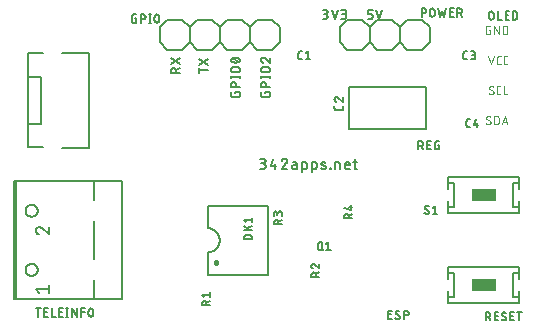
<source format=gbr>
G04 EAGLE Gerber RS-274X export*
G75*
%MOMM*%
%FSLAX34Y34*%
%LPD*%
%INSilkscreen Top*%
%IPPOS*%
%AMOC8*
5,1,8,0,0,1.08239X$1,22.5*%
G01*
%ADD10C,0.330200*%
%ADD11C,0.127000*%
%ADD12C,0.152400*%
%ADD13C,0.203200*%
%ADD14C,0.050800*%
%ADD15R,2.000000X1.000000*%
%ADD16C,0.141419*%


D10*
X159131Y56261D02*
X159131Y57291D01*
X160161Y57291D01*
X160161Y56261D01*
X159131Y56261D01*
D11*
X175472Y200448D02*
X175472Y201718D01*
X179705Y201718D01*
X179705Y199178D01*
X179703Y199097D01*
X179697Y199017D01*
X179688Y198937D01*
X179674Y198858D01*
X179657Y198779D01*
X179636Y198701D01*
X179612Y198624D01*
X179584Y198549D01*
X179552Y198475D01*
X179517Y198402D01*
X179478Y198332D01*
X179436Y198263D01*
X179391Y198196D01*
X179343Y198131D01*
X179291Y198069D01*
X179237Y198010D01*
X179180Y197953D01*
X179121Y197899D01*
X179059Y197847D01*
X178994Y197799D01*
X178927Y197754D01*
X178859Y197712D01*
X178788Y197673D01*
X178715Y197638D01*
X178641Y197606D01*
X178566Y197578D01*
X178489Y197554D01*
X178411Y197533D01*
X178332Y197516D01*
X178253Y197502D01*
X178173Y197493D01*
X178093Y197487D01*
X178012Y197485D01*
X173778Y197485D01*
X173697Y197487D01*
X173617Y197493D01*
X173537Y197502D01*
X173458Y197516D01*
X173379Y197533D01*
X173301Y197554D01*
X173224Y197578D01*
X173149Y197606D01*
X173075Y197638D01*
X173002Y197673D01*
X172932Y197712D01*
X172863Y197754D01*
X172796Y197799D01*
X172731Y197847D01*
X172669Y197898D01*
X172610Y197953D01*
X172553Y198010D01*
X172499Y198069D01*
X172447Y198131D01*
X172399Y198196D01*
X172354Y198263D01*
X172312Y198331D01*
X172273Y198402D01*
X172238Y198475D01*
X172206Y198549D01*
X172178Y198624D01*
X172154Y198701D01*
X172133Y198779D01*
X172116Y198858D01*
X172102Y198937D01*
X172093Y199017D01*
X172087Y199097D01*
X172085Y199178D01*
X172085Y201718D01*
X172085Y206184D02*
X179705Y206184D01*
X172085Y206184D02*
X172085Y208301D01*
X172087Y208392D01*
X172093Y208483D01*
X172103Y208574D01*
X172116Y208664D01*
X172134Y208753D01*
X172155Y208842D01*
X172180Y208929D01*
X172209Y209016D01*
X172242Y209101D01*
X172278Y209184D01*
X172318Y209266D01*
X172361Y209346D01*
X172408Y209425D01*
X172458Y209501D01*
X172511Y209575D01*
X172567Y209646D01*
X172627Y209715D01*
X172689Y209782D01*
X172754Y209845D01*
X172822Y209906D01*
X172892Y209964D01*
X172965Y210019D01*
X173040Y210071D01*
X173117Y210119D01*
X173197Y210164D01*
X173278Y210206D01*
X173360Y210244D01*
X173445Y210278D01*
X173531Y210309D01*
X173618Y210336D01*
X173706Y210359D01*
X173795Y210378D01*
X173884Y210394D01*
X173975Y210406D01*
X174065Y210414D01*
X174156Y210418D01*
X174248Y210418D01*
X174339Y210414D01*
X174429Y210406D01*
X174520Y210394D01*
X174609Y210378D01*
X174698Y210359D01*
X174786Y210336D01*
X174873Y210309D01*
X174959Y210278D01*
X175044Y210244D01*
X175126Y210206D01*
X175207Y210164D01*
X175287Y210119D01*
X175364Y210071D01*
X175439Y210019D01*
X175512Y209964D01*
X175582Y209906D01*
X175650Y209845D01*
X175715Y209782D01*
X175777Y209715D01*
X175837Y209646D01*
X175893Y209575D01*
X175946Y209501D01*
X175996Y209425D01*
X176043Y209346D01*
X176086Y209266D01*
X176126Y209184D01*
X176162Y209101D01*
X176195Y209016D01*
X176224Y208929D01*
X176249Y208842D01*
X176270Y208753D01*
X176288Y208664D01*
X176301Y208574D01*
X176311Y208483D01*
X176317Y208392D01*
X176319Y208301D01*
X176318Y208301D02*
X176318Y206184D01*
X179705Y214270D02*
X172085Y214270D01*
X179705Y213423D02*
X179705Y215117D01*
X172085Y215117D02*
X172085Y213423D01*
X174202Y218554D02*
X177588Y218554D01*
X174202Y218554D02*
X174111Y218556D01*
X174020Y218562D01*
X173929Y218572D01*
X173839Y218585D01*
X173750Y218603D01*
X173661Y218624D01*
X173574Y218649D01*
X173487Y218678D01*
X173402Y218711D01*
X173319Y218747D01*
X173237Y218787D01*
X173157Y218830D01*
X173078Y218877D01*
X173002Y218927D01*
X172928Y218980D01*
X172857Y219036D01*
X172788Y219096D01*
X172721Y219158D01*
X172658Y219223D01*
X172597Y219291D01*
X172539Y219361D01*
X172484Y219434D01*
X172432Y219509D01*
X172384Y219586D01*
X172339Y219666D01*
X172297Y219747D01*
X172259Y219829D01*
X172225Y219914D01*
X172194Y220000D01*
X172167Y220087D01*
X172144Y220175D01*
X172125Y220264D01*
X172109Y220353D01*
X172097Y220444D01*
X172089Y220534D01*
X172085Y220625D01*
X172085Y220717D01*
X172089Y220808D01*
X172097Y220898D01*
X172109Y220989D01*
X172125Y221078D01*
X172144Y221167D01*
X172167Y221255D01*
X172194Y221342D01*
X172225Y221428D01*
X172259Y221513D01*
X172297Y221595D01*
X172339Y221676D01*
X172384Y221756D01*
X172432Y221833D01*
X172484Y221908D01*
X172539Y221981D01*
X172597Y222051D01*
X172658Y222119D01*
X172721Y222184D01*
X172788Y222246D01*
X172857Y222306D01*
X172928Y222362D01*
X173002Y222415D01*
X173078Y222465D01*
X173157Y222512D01*
X173237Y222555D01*
X173319Y222595D01*
X173402Y222631D01*
X173487Y222664D01*
X173574Y222693D01*
X173661Y222718D01*
X173750Y222739D01*
X173839Y222757D01*
X173929Y222770D01*
X174020Y222780D01*
X174111Y222786D01*
X174202Y222788D01*
X177588Y222788D01*
X177679Y222786D01*
X177770Y222780D01*
X177861Y222770D01*
X177951Y222757D01*
X178040Y222739D01*
X178129Y222718D01*
X178216Y222693D01*
X178303Y222664D01*
X178388Y222631D01*
X178471Y222595D01*
X178553Y222555D01*
X178633Y222512D01*
X178712Y222465D01*
X178788Y222415D01*
X178862Y222362D01*
X178933Y222306D01*
X179002Y222246D01*
X179069Y222184D01*
X179132Y222119D01*
X179193Y222051D01*
X179251Y221981D01*
X179306Y221908D01*
X179358Y221833D01*
X179406Y221756D01*
X179451Y221676D01*
X179493Y221595D01*
X179531Y221513D01*
X179565Y221428D01*
X179596Y221342D01*
X179623Y221255D01*
X179646Y221167D01*
X179665Y221078D01*
X179681Y220989D01*
X179693Y220898D01*
X179701Y220808D01*
X179705Y220717D01*
X179705Y220625D01*
X179701Y220534D01*
X179693Y220444D01*
X179681Y220353D01*
X179665Y220264D01*
X179646Y220175D01*
X179623Y220087D01*
X179596Y220000D01*
X179565Y219914D01*
X179531Y219829D01*
X179493Y219747D01*
X179451Y219666D01*
X179406Y219586D01*
X179358Y219509D01*
X179306Y219434D01*
X179251Y219361D01*
X179193Y219291D01*
X179132Y219223D01*
X179069Y219158D01*
X179002Y219096D01*
X178933Y219036D01*
X178862Y218980D01*
X178788Y218927D01*
X178712Y218877D01*
X178633Y218830D01*
X178553Y218787D01*
X178471Y218747D01*
X178388Y218711D01*
X178303Y218678D01*
X178216Y218649D01*
X178129Y218624D01*
X178040Y218603D01*
X177951Y218585D01*
X177861Y218572D01*
X177770Y218562D01*
X177679Y218556D01*
X177588Y218554D01*
X175895Y226556D02*
X175737Y226558D01*
X175579Y226564D01*
X175421Y226574D01*
X175263Y226588D01*
X175106Y226606D01*
X174949Y226628D01*
X174793Y226653D01*
X174638Y226683D01*
X174483Y226717D01*
X174329Y226754D01*
X174177Y226796D01*
X174025Y226841D01*
X173875Y226890D01*
X173725Y226943D01*
X173578Y226999D01*
X173431Y227060D01*
X173287Y227123D01*
X173144Y227191D01*
X173143Y227191D02*
X173070Y227218D01*
X172999Y227248D01*
X172929Y227282D01*
X172861Y227320D01*
X172795Y227361D01*
X172731Y227405D01*
X172669Y227452D01*
X172610Y227502D01*
X172553Y227555D01*
X172499Y227611D01*
X172448Y227670D01*
X172400Y227730D01*
X172355Y227794D01*
X172313Y227859D01*
X172274Y227926D01*
X172239Y227996D01*
X172207Y228067D01*
X172179Y228139D01*
X172154Y228213D01*
X172133Y228287D01*
X172116Y228363D01*
X172102Y228440D01*
X172093Y228517D01*
X172087Y228594D01*
X172085Y228672D01*
X172087Y228750D01*
X172093Y228827D01*
X172102Y228904D01*
X172116Y228981D01*
X172133Y229057D01*
X172154Y229131D01*
X172179Y229205D01*
X172207Y229277D01*
X172239Y229348D01*
X172274Y229418D01*
X172313Y229485D01*
X172355Y229550D01*
X172400Y229614D01*
X172448Y229674D01*
X172499Y229733D01*
X172553Y229789D01*
X172610Y229842D01*
X172669Y229892D01*
X172731Y229939D01*
X172795Y229983D01*
X172861Y230024D01*
X172929Y230062D01*
X172999Y230096D01*
X173070Y230126D01*
X173143Y230153D01*
X173144Y230153D02*
X173287Y230221D01*
X173431Y230284D01*
X173578Y230345D01*
X173725Y230401D01*
X173875Y230454D01*
X174025Y230503D01*
X174177Y230548D01*
X174329Y230590D01*
X174483Y230627D01*
X174638Y230661D01*
X174793Y230691D01*
X174949Y230716D01*
X175106Y230738D01*
X175263Y230756D01*
X175421Y230770D01*
X175579Y230780D01*
X175737Y230786D01*
X175895Y230788D01*
X175895Y226555D02*
X176053Y226557D01*
X176211Y226563D01*
X176369Y226573D01*
X176527Y226587D01*
X176684Y226605D01*
X176841Y226627D01*
X176997Y226652D01*
X177152Y226682D01*
X177307Y226716D01*
X177461Y226753D01*
X177614Y226795D01*
X177765Y226840D01*
X177916Y226889D01*
X178065Y226942D01*
X178213Y226998D01*
X178359Y227059D01*
X178504Y227123D01*
X178647Y227190D01*
X178647Y227191D02*
X178720Y227218D01*
X178791Y227248D01*
X178861Y227282D01*
X178929Y227320D01*
X178995Y227361D01*
X179059Y227405D01*
X179121Y227452D01*
X179180Y227502D01*
X179237Y227555D01*
X179291Y227611D01*
X179342Y227670D01*
X179390Y227730D01*
X179436Y227794D01*
X179477Y227859D01*
X179516Y227926D01*
X179551Y227996D01*
X179583Y228067D01*
X179611Y228139D01*
X179636Y228213D01*
X179657Y228287D01*
X179674Y228363D01*
X179688Y228440D01*
X179697Y228517D01*
X179703Y228594D01*
X179705Y228672D01*
X178647Y230154D02*
X178504Y230221D01*
X178359Y230285D01*
X178213Y230346D01*
X178065Y230402D01*
X177916Y230455D01*
X177765Y230504D01*
X177614Y230549D01*
X177461Y230591D01*
X177307Y230628D01*
X177152Y230662D01*
X176997Y230692D01*
X176841Y230717D01*
X176684Y230739D01*
X176527Y230757D01*
X176369Y230771D01*
X176211Y230781D01*
X176053Y230787D01*
X175895Y230789D01*
X178647Y230153D02*
X178720Y230126D01*
X178791Y230096D01*
X178861Y230062D01*
X178929Y230024D01*
X178995Y229983D01*
X179059Y229939D01*
X179121Y229892D01*
X179180Y229842D01*
X179237Y229789D01*
X179291Y229733D01*
X179342Y229674D01*
X179390Y229614D01*
X179435Y229550D01*
X179477Y229485D01*
X179516Y229418D01*
X179551Y229348D01*
X179583Y229277D01*
X179611Y229205D01*
X179636Y229131D01*
X179657Y229057D01*
X179674Y228981D01*
X179688Y228904D01*
X179697Y228827D01*
X179703Y228750D01*
X179705Y228672D01*
X178012Y226979D02*
X173778Y230365D01*
X200872Y201718D02*
X200872Y200448D01*
X200872Y201718D02*
X205105Y201718D01*
X205105Y199178D01*
X205103Y199097D01*
X205097Y199017D01*
X205088Y198937D01*
X205074Y198858D01*
X205057Y198779D01*
X205036Y198701D01*
X205012Y198624D01*
X204984Y198549D01*
X204952Y198475D01*
X204917Y198402D01*
X204878Y198332D01*
X204836Y198263D01*
X204791Y198196D01*
X204743Y198131D01*
X204691Y198069D01*
X204637Y198010D01*
X204580Y197953D01*
X204521Y197899D01*
X204459Y197847D01*
X204394Y197799D01*
X204327Y197754D01*
X204259Y197712D01*
X204188Y197673D01*
X204115Y197638D01*
X204041Y197606D01*
X203966Y197578D01*
X203889Y197554D01*
X203811Y197533D01*
X203732Y197516D01*
X203653Y197502D01*
X203573Y197493D01*
X203493Y197487D01*
X203412Y197485D01*
X199178Y197485D01*
X199097Y197487D01*
X199017Y197493D01*
X198937Y197502D01*
X198858Y197516D01*
X198779Y197533D01*
X198701Y197554D01*
X198624Y197578D01*
X198549Y197606D01*
X198475Y197638D01*
X198402Y197673D01*
X198332Y197712D01*
X198263Y197754D01*
X198196Y197799D01*
X198131Y197847D01*
X198069Y197898D01*
X198010Y197953D01*
X197953Y198010D01*
X197899Y198069D01*
X197847Y198131D01*
X197799Y198196D01*
X197754Y198263D01*
X197712Y198331D01*
X197673Y198402D01*
X197638Y198475D01*
X197606Y198549D01*
X197578Y198624D01*
X197554Y198701D01*
X197533Y198779D01*
X197516Y198858D01*
X197502Y198937D01*
X197493Y199017D01*
X197487Y199097D01*
X197485Y199178D01*
X197485Y201718D01*
X197485Y206184D02*
X205105Y206184D01*
X197485Y206184D02*
X197485Y208301D01*
X197487Y208392D01*
X197493Y208483D01*
X197503Y208574D01*
X197516Y208664D01*
X197534Y208753D01*
X197555Y208842D01*
X197580Y208929D01*
X197609Y209016D01*
X197642Y209101D01*
X197678Y209184D01*
X197718Y209266D01*
X197761Y209346D01*
X197808Y209425D01*
X197858Y209501D01*
X197911Y209575D01*
X197967Y209646D01*
X198027Y209715D01*
X198089Y209782D01*
X198154Y209845D01*
X198222Y209906D01*
X198292Y209964D01*
X198365Y210019D01*
X198440Y210071D01*
X198517Y210119D01*
X198597Y210164D01*
X198678Y210206D01*
X198760Y210244D01*
X198845Y210278D01*
X198931Y210309D01*
X199018Y210336D01*
X199106Y210359D01*
X199195Y210378D01*
X199284Y210394D01*
X199375Y210406D01*
X199465Y210414D01*
X199556Y210418D01*
X199648Y210418D01*
X199739Y210414D01*
X199829Y210406D01*
X199920Y210394D01*
X200009Y210378D01*
X200098Y210359D01*
X200186Y210336D01*
X200273Y210309D01*
X200359Y210278D01*
X200444Y210244D01*
X200526Y210206D01*
X200607Y210164D01*
X200687Y210119D01*
X200764Y210071D01*
X200839Y210019D01*
X200912Y209964D01*
X200982Y209906D01*
X201050Y209845D01*
X201115Y209782D01*
X201177Y209715D01*
X201237Y209646D01*
X201293Y209575D01*
X201346Y209501D01*
X201396Y209425D01*
X201443Y209346D01*
X201486Y209266D01*
X201526Y209184D01*
X201562Y209101D01*
X201595Y209016D01*
X201624Y208929D01*
X201649Y208842D01*
X201670Y208753D01*
X201688Y208664D01*
X201701Y208574D01*
X201711Y208483D01*
X201717Y208392D01*
X201719Y208301D01*
X201718Y208301D02*
X201718Y206184D01*
X205105Y214270D02*
X197485Y214270D01*
X205105Y213423D02*
X205105Y215117D01*
X197485Y215117D02*
X197485Y213423D01*
X199602Y218554D02*
X202988Y218554D01*
X199602Y218554D02*
X199511Y218556D01*
X199420Y218562D01*
X199329Y218572D01*
X199239Y218585D01*
X199150Y218603D01*
X199061Y218624D01*
X198974Y218649D01*
X198887Y218678D01*
X198802Y218711D01*
X198719Y218747D01*
X198637Y218787D01*
X198557Y218830D01*
X198478Y218877D01*
X198402Y218927D01*
X198328Y218980D01*
X198257Y219036D01*
X198188Y219096D01*
X198121Y219158D01*
X198058Y219223D01*
X197997Y219291D01*
X197939Y219361D01*
X197884Y219434D01*
X197832Y219509D01*
X197784Y219586D01*
X197739Y219666D01*
X197697Y219747D01*
X197659Y219829D01*
X197625Y219914D01*
X197594Y220000D01*
X197567Y220087D01*
X197544Y220175D01*
X197525Y220264D01*
X197509Y220353D01*
X197497Y220444D01*
X197489Y220534D01*
X197485Y220625D01*
X197485Y220717D01*
X197489Y220808D01*
X197497Y220898D01*
X197509Y220989D01*
X197525Y221078D01*
X197544Y221167D01*
X197567Y221255D01*
X197594Y221342D01*
X197625Y221428D01*
X197659Y221513D01*
X197697Y221595D01*
X197739Y221676D01*
X197784Y221756D01*
X197832Y221833D01*
X197884Y221908D01*
X197939Y221981D01*
X197997Y222051D01*
X198058Y222119D01*
X198121Y222184D01*
X198188Y222246D01*
X198257Y222306D01*
X198328Y222362D01*
X198402Y222415D01*
X198478Y222465D01*
X198557Y222512D01*
X198637Y222555D01*
X198719Y222595D01*
X198802Y222631D01*
X198887Y222664D01*
X198974Y222693D01*
X199061Y222718D01*
X199150Y222739D01*
X199239Y222757D01*
X199329Y222770D01*
X199420Y222780D01*
X199511Y222786D01*
X199602Y222788D01*
X202988Y222788D01*
X203079Y222786D01*
X203170Y222780D01*
X203261Y222770D01*
X203351Y222757D01*
X203440Y222739D01*
X203529Y222718D01*
X203616Y222693D01*
X203703Y222664D01*
X203788Y222631D01*
X203871Y222595D01*
X203953Y222555D01*
X204033Y222512D01*
X204112Y222465D01*
X204188Y222415D01*
X204262Y222362D01*
X204333Y222306D01*
X204402Y222246D01*
X204469Y222184D01*
X204532Y222119D01*
X204593Y222051D01*
X204651Y221981D01*
X204706Y221908D01*
X204758Y221833D01*
X204806Y221756D01*
X204851Y221676D01*
X204893Y221595D01*
X204931Y221513D01*
X204965Y221428D01*
X204996Y221342D01*
X205023Y221255D01*
X205046Y221167D01*
X205065Y221078D01*
X205081Y220989D01*
X205093Y220898D01*
X205101Y220808D01*
X205105Y220717D01*
X205105Y220625D01*
X205101Y220534D01*
X205093Y220444D01*
X205081Y220353D01*
X205065Y220264D01*
X205046Y220175D01*
X205023Y220087D01*
X204996Y220000D01*
X204965Y219914D01*
X204931Y219829D01*
X204893Y219747D01*
X204851Y219666D01*
X204806Y219586D01*
X204758Y219509D01*
X204706Y219434D01*
X204651Y219361D01*
X204593Y219291D01*
X204532Y219223D01*
X204469Y219158D01*
X204402Y219096D01*
X204333Y219036D01*
X204262Y218980D01*
X204188Y218927D01*
X204112Y218877D01*
X204033Y218830D01*
X203953Y218787D01*
X203871Y218747D01*
X203788Y218711D01*
X203703Y218678D01*
X203616Y218649D01*
X203529Y218624D01*
X203440Y218603D01*
X203351Y218585D01*
X203261Y218572D01*
X203170Y218562D01*
X203079Y218556D01*
X202988Y218554D01*
X197485Y228884D02*
X197487Y228969D01*
X197493Y229055D01*
X197502Y229140D01*
X197516Y229224D01*
X197533Y229308D01*
X197554Y229391D01*
X197578Y229473D01*
X197606Y229553D01*
X197638Y229633D01*
X197674Y229711D01*
X197712Y229787D01*
X197755Y229861D01*
X197800Y229933D01*
X197849Y230004D01*
X197901Y230072D01*
X197955Y230137D01*
X198013Y230200D01*
X198074Y230261D01*
X198137Y230319D01*
X198202Y230373D01*
X198270Y230425D01*
X198341Y230474D01*
X198413Y230519D01*
X198487Y230562D01*
X198563Y230600D01*
X198641Y230636D01*
X198721Y230668D01*
X198801Y230696D01*
X198883Y230720D01*
X198966Y230741D01*
X199050Y230758D01*
X199134Y230772D01*
X199219Y230781D01*
X199305Y230787D01*
X199390Y230789D01*
X197485Y228884D02*
X197487Y228788D01*
X197493Y228692D01*
X197502Y228596D01*
X197515Y228501D01*
X197532Y228406D01*
X197553Y228312D01*
X197577Y228219D01*
X197605Y228127D01*
X197636Y228036D01*
X197672Y227947D01*
X197710Y227859D01*
X197752Y227772D01*
X197797Y227687D01*
X197846Y227605D01*
X197898Y227524D01*
X197953Y227445D01*
X198011Y227368D01*
X198072Y227294D01*
X198136Y227222D01*
X198203Y227153D01*
X198272Y227086D01*
X198344Y227022D01*
X198418Y226961D01*
X198495Y226903D01*
X198574Y226848D01*
X198655Y226797D01*
X198738Y226748D01*
X198823Y226703D01*
X198910Y226661D01*
X198998Y226622D01*
X199087Y226587D01*
X199178Y226556D01*
X200872Y230153D02*
X200810Y230215D01*
X200746Y230274D01*
X200680Y230330D01*
X200611Y230384D01*
X200540Y230434D01*
X200466Y230482D01*
X200391Y230526D01*
X200314Y230567D01*
X200236Y230605D01*
X200156Y230639D01*
X200074Y230670D01*
X199991Y230698D01*
X199908Y230721D01*
X199823Y230742D01*
X199737Y230758D01*
X199651Y230771D01*
X199564Y230781D01*
X199477Y230786D01*
X199390Y230788D01*
X200872Y230154D02*
X205105Y226555D01*
X205105Y230789D01*
X153035Y219922D02*
X145415Y219922D01*
X145415Y222038D02*
X145415Y217805D01*
X153035Y224849D02*
X145415Y229929D01*
X145415Y224849D02*
X153035Y229929D01*
X128905Y217805D02*
X121285Y217805D01*
X121285Y219922D01*
X121287Y220013D01*
X121293Y220104D01*
X121303Y220195D01*
X121316Y220285D01*
X121334Y220374D01*
X121355Y220463D01*
X121380Y220550D01*
X121409Y220637D01*
X121442Y220722D01*
X121478Y220805D01*
X121518Y220887D01*
X121561Y220967D01*
X121608Y221046D01*
X121658Y221122D01*
X121711Y221196D01*
X121767Y221267D01*
X121827Y221336D01*
X121889Y221403D01*
X121954Y221466D01*
X122022Y221527D01*
X122092Y221585D01*
X122165Y221640D01*
X122240Y221692D01*
X122317Y221740D01*
X122397Y221785D01*
X122478Y221827D01*
X122560Y221865D01*
X122645Y221899D01*
X122731Y221930D01*
X122818Y221957D01*
X122906Y221980D01*
X122995Y221999D01*
X123084Y222015D01*
X123175Y222027D01*
X123265Y222035D01*
X123356Y222039D01*
X123448Y222039D01*
X123539Y222035D01*
X123629Y222027D01*
X123720Y222015D01*
X123809Y221999D01*
X123898Y221980D01*
X123986Y221957D01*
X124073Y221930D01*
X124159Y221899D01*
X124244Y221865D01*
X124326Y221827D01*
X124407Y221785D01*
X124487Y221740D01*
X124564Y221692D01*
X124639Y221640D01*
X124712Y221585D01*
X124782Y221527D01*
X124850Y221466D01*
X124915Y221403D01*
X124977Y221336D01*
X125037Y221267D01*
X125093Y221196D01*
X125146Y221122D01*
X125196Y221046D01*
X125243Y220967D01*
X125286Y220887D01*
X125326Y220805D01*
X125362Y220722D01*
X125395Y220637D01*
X125424Y220550D01*
X125449Y220463D01*
X125470Y220374D01*
X125488Y220285D01*
X125501Y220195D01*
X125511Y220104D01*
X125517Y220013D01*
X125519Y219922D01*
X125518Y219922D02*
X125518Y217805D01*
X125518Y220345D02*
X128905Y222038D01*
X128905Y225311D02*
X121285Y230391D01*
X121285Y225311D02*
X128905Y230391D01*
X287697Y263525D02*
X290237Y263525D01*
X290318Y263527D01*
X290398Y263533D01*
X290478Y263542D01*
X290557Y263556D01*
X290636Y263573D01*
X290714Y263594D01*
X290791Y263618D01*
X290866Y263646D01*
X290940Y263678D01*
X291013Y263713D01*
X291084Y263752D01*
X291152Y263794D01*
X291219Y263839D01*
X291284Y263887D01*
X291346Y263939D01*
X291405Y263993D01*
X291462Y264050D01*
X291516Y264109D01*
X291568Y264171D01*
X291616Y264236D01*
X291661Y264303D01*
X291703Y264372D01*
X291742Y264442D01*
X291777Y264515D01*
X291809Y264589D01*
X291837Y264664D01*
X291861Y264741D01*
X291882Y264819D01*
X291899Y264898D01*
X291913Y264977D01*
X291922Y265057D01*
X291928Y265137D01*
X291930Y265218D01*
X291931Y265218D02*
X291931Y266065D01*
X291930Y266065D02*
X291928Y266146D01*
X291922Y266226D01*
X291913Y266306D01*
X291899Y266385D01*
X291882Y266464D01*
X291861Y266542D01*
X291837Y266619D01*
X291809Y266694D01*
X291777Y266768D01*
X291742Y266841D01*
X291703Y266912D01*
X291661Y266980D01*
X291616Y267047D01*
X291568Y267112D01*
X291516Y267174D01*
X291462Y267233D01*
X291405Y267290D01*
X291346Y267344D01*
X291284Y267396D01*
X291219Y267444D01*
X291152Y267489D01*
X291084Y267531D01*
X291013Y267570D01*
X290940Y267605D01*
X290866Y267637D01*
X290791Y267665D01*
X290714Y267689D01*
X290636Y267710D01*
X290557Y267727D01*
X290478Y267741D01*
X290398Y267750D01*
X290318Y267756D01*
X290237Y267758D01*
X287697Y267758D01*
X287697Y271145D01*
X291931Y271145D01*
X295275Y271145D02*
X297815Y263525D01*
X300355Y271145D01*
X251756Y263525D02*
X249640Y263525D01*
X251756Y263525D02*
X251847Y263527D01*
X251938Y263533D01*
X252029Y263543D01*
X252119Y263556D01*
X252208Y263574D01*
X252297Y263595D01*
X252384Y263620D01*
X252471Y263649D01*
X252556Y263682D01*
X252639Y263718D01*
X252721Y263758D01*
X252801Y263801D01*
X252880Y263848D01*
X252956Y263898D01*
X253030Y263951D01*
X253101Y264007D01*
X253170Y264067D01*
X253237Y264129D01*
X253300Y264194D01*
X253361Y264262D01*
X253419Y264332D01*
X253474Y264405D01*
X253526Y264480D01*
X253574Y264557D01*
X253619Y264637D01*
X253661Y264718D01*
X253699Y264800D01*
X253733Y264885D01*
X253764Y264971D01*
X253791Y265058D01*
X253814Y265146D01*
X253833Y265235D01*
X253849Y265324D01*
X253861Y265415D01*
X253869Y265505D01*
X253873Y265596D01*
X253873Y265688D01*
X253869Y265779D01*
X253861Y265869D01*
X253849Y265960D01*
X253833Y266049D01*
X253814Y266138D01*
X253791Y266226D01*
X253764Y266313D01*
X253733Y266399D01*
X253699Y266484D01*
X253661Y266566D01*
X253619Y266647D01*
X253574Y266727D01*
X253526Y266804D01*
X253474Y266879D01*
X253419Y266952D01*
X253361Y267022D01*
X253300Y267090D01*
X253237Y267155D01*
X253170Y267217D01*
X253101Y267277D01*
X253030Y267333D01*
X252956Y267386D01*
X252880Y267436D01*
X252801Y267483D01*
X252721Y267526D01*
X252639Y267566D01*
X252556Y267602D01*
X252471Y267635D01*
X252384Y267664D01*
X252297Y267689D01*
X252208Y267710D01*
X252119Y267728D01*
X252029Y267741D01*
X251938Y267751D01*
X251847Y267757D01*
X251756Y267759D01*
X252180Y271145D02*
X249640Y271145D01*
X252180Y271145D02*
X252261Y271143D01*
X252341Y271137D01*
X252421Y271128D01*
X252500Y271114D01*
X252579Y271097D01*
X252657Y271076D01*
X252734Y271052D01*
X252809Y271024D01*
X252883Y270992D01*
X252956Y270957D01*
X253026Y270918D01*
X253095Y270876D01*
X253162Y270831D01*
X253227Y270783D01*
X253289Y270731D01*
X253348Y270677D01*
X253405Y270620D01*
X253459Y270561D01*
X253511Y270499D01*
X253559Y270434D01*
X253604Y270367D01*
X253646Y270299D01*
X253685Y270228D01*
X253720Y270155D01*
X253752Y270081D01*
X253780Y270006D01*
X253804Y269929D01*
X253825Y269851D01*
X253842Y269772D01*
X253856Y269693D01*
X253865Y269613D01*
X253871Y269533D01*
X253873Y269452D01*
X253871Y269371D01*
X253865Y269291D01*
X253856Y269211D01*
X253842Y269132D01*
X253825Y269053D01*
X253804Y268975D01*
X253780Y268898D01*
X253752Y268823D01*
X253720Y268749D01*
X253685Y268676D01*
X253646Y268606D01*
X253604Y268537D01*
X253559Y268470D01*
X253511Y268405D01*
X253459Y268343D01*
X253405Y268284D01*
X253348Y268227D01*
X253289Y268173D01*
X253227Y268121D01*
X253162Y268073D01*
X253095Y268028D01*
X253027Y267986D01*
X252956Y267947D01*
X252883Y267912D01*
X252809Y267880D01*
X252734Y267852D01*
X252657Y267828D01*
X252579Y267807D01*
X252500Y267790D01*
X252421Y267776D01*
X252341Y267767D01*
X252261Y267761D01*
X252180Y267759D01*
X252180Y267758D02*
X250486Y267758D01*
X257217Y271145D02*
X259757Y263525D01*
X262297Y271145D01*
X265642Y263525D02*
X267758Y263525D01*
X267849Y263527D01*
X267940Y263533D01*
X268031Y263543D01*
X268121Y263556D01*
X268210Y263574D01*
X268299Y263595D01*
X268386Y263620D01*
X268473Y263649D01*
X268558Y263682D01*
X268641Y263718D01*
X268723Y263758D01*
X268803Y263801D01*
X268882Y263848D01*
X268958Y263898D01*
X269032Y263951D01*
X269103Y264007D01*
X269172Y264067D01*
X269239Y264129D01*
X269302Y264194D01*
X269363Y264262D01*
X269421Y264332D01*
X269476Y264405D01*
X269528Y264480D01*
X269576Y264557D01*
X269621Y264637D01*
X269663Y264718D01*
X269701Y264800D01*
X269735Y264885D01*
X269766Y264971D01*
X269793Y265058D01*
X269816Y265146D01*
X269835Y265235D01*
X269851Y265324D01*
X269863Y265415D01*
X269871Y265505D01*
X269875Y265596D01*
X269875Y265688D01*
X269871Y265779D01*
X269863Y265869D01*
X269851Y265960D01*
X269835Y266049D01*
X269816Y266138D01*
X269793Y266226D01*
X269766Y266313D01*
X269735Y266399D01*
X269701Y266484D01*
X269663Y266566D01*
X269621Y266647D01*
X269576Y266727D01*
X269528Y266804D01*
X269476Y266879D01*
X269421Y266952D01*
X269363Y267022D01*
X269302Y267090D01*
X269239Y267155D01*
X269172Y267217D01*
X269103Y267277D01*
X269032Y267333D01*
X268958Y267386D01*
X268882Y267436D01*
X268803Y267483D01*
X268723Y267526D01*
X268641Y267566D01*
X268558Y267602D01*
X268473Y267635D01*
X268386Y267664D01*
X268299Y267689D01*
X268210Y267710D01*
X268121Y267728D01*
X268031Y267741D01*
X267940Y267751D01*
X267849Y267757D01*
X267758Y267759D01*
X268182Y271145D02*
X265642Y271145D01*
X268182Y271145D02*
X268263Y271143D01*
X268343Y271137D01*
X268423Y271128D01*
X268502Y271114D01*
X268581Y271097D01*
X268659Y271076D01*
X268736Y271052D01*
X268811Y271024D01*
X268885Y270992D01*
X268958Y270957D01*
X269029Y270918D01*
X269097Y270876D01*
X269164Y270831D01*
X269229Y270783D01*
X269291Y270731D01*
X269350Y270677D01*
X269407Y270620D01*
X269461Y270561D01*
X269513Y270499D01*
X269561Y270434D01*
X269606Y270367D01*
X269648Y270299D01*
X269687Y270228D01*
X269722Y270155D01*
X269754Y270081D01*
X269782Y270006D01*
X269806Y269929D01*
X269827Y269851D01*
X269844Y269772D01*
X269858Y269693D01*
X269867Y269613D01*
X269873Y269533D01*
X269875Y269452D01*
X269873Y269371D01*
X269867Y269291D01*
X269858Y269211D01*
X269844Y269132D01*
X269827Y269053D01*
X269806Y268975D01*
X269782Y268898D01*
X269754Y268823D01*
X269722Y268749D01*
X269687Y268676D01*
X269648Y268606D01*
X269606Y268537D01*
X269561Y268470D01*
X269513Y268405D01*
X269461Y268343D01*
X269407Y268284D01*
X269350Y268227D01*
X269291Y268173D01*
X269229Y268121D01*
X269164Y268073D01*
X269097Y268028D01*
X269029Y267986D01*
X268958Y267947D01*
X268885Y267912D01*
X268811Y267880D01*
X268736Y267852D01*
X268659Y267828D01*
X268581Y267807D01*
X268502Y267790D01*
X268423Y267776D01*
X268343Y267767D01*
X268263Y267761D01*
X268182Y267759D01*
X268182Y267758D02*
X266488Y267758D01*
D12*
X198972Y136652D02*
X196573Y136652D01*
X198972Y136652D02*
X199069Y136654D01*
X199165Y136660D01*
X199261Y136669D01*
X199357Y136683D01*
X199452Y136700D01*
X199546Y136722D01*
X199639Y136747D01*
X199732Y136775D01*
X199823Y136808D01*
X199912Y136844D01*
X200000Y136884D01*
X200087Y136927D01*
X200172Y136973D01*
X200254Y137023D01*
X200335Y137077D01*
X200413Y137133D01*
X200489Y137193D01*
X200563Y137255D01*
X200634Y137321D01*
X200702Y137389D01*
X200768Y137460D01*
X200830Y137534D01*
X200890Y137610D01*
X200946Y137688D01*
X201000Y137769D01*
X201050Y137852D01*
X201096Y137936D01*
X201139Y138023D01*
X201179Y138111D01*
X201215Y138200D01*
X201248Y138291D01*
X201276Y138384D01*
X201301Y138477D01*
X201323Y138571D01*
X201340Y138666D01*
X201354Y138762D01*
X201363Y138858D01*
X201369Y138954D01*
X201371Y139051D01*
X201369Y139148D01*
X201363Y139244D01*
X201354Y139340D01*
X201340Y139436D01*
X201323Y139531D01*
X201301Y139625D01*
X201276Y139718D01*
X201248Y139811D01*
X201215Y139902D01*
X201179Y139991D01*
X201139Y140079D01*
X201096Y140166D01*
X201050Y140250D01*
X201000Y140333D01*
X200946Y140414D01*
X200890Y140492D01*
X200830Y140568D01*
X200768Y140642D01*
X200702Y140713D01*
X200634Y140781D01*
X200563Y140847D01*
X200489Y140909D01*
X200413Y140969D01*
X200335Y141025D01*
X200254Y141079D01*
X200172Y141129D01*
X200087Y141175D01*
X200000Y141218D01*
X199912Y141258D01*
X199823Y141294D01*
X199732Y141327D01*
X199639Y141355D01*
X199546Y141380D01*
X199452Y141402D01*
X199357Y141419D01*
X199261Y141433D01*
X199165Y141442D01*
X199069Y141448D01*
X198972Y141450D01*
X199451Y145288D02*
X196573Y145288D01*
X199451Y145288D02*
X199537Y145286D01*
X199623Y145280D01*
X199709Y145271D01*
X199794Y145257D01*
X199878Y145240D01*
X199962Y145219D01*
X200044Y145194D01*
X200125Y145166D01*
X200205Y145134D01*
X200284Y145098D01*
X200360Y145059D01*
X200435Y145016D01*
X200508Y144971D01*
X200579Y144922D01*
X200647Y144869D01*
X200714Y144814D01*
X200777Y144756D01*
X200838Y144695D01*
X200896Y144632D01*
X200951Y144565D01*
X201004Y144497D01*
X201053Y144426D01*
X201098Y144353D01*
X201141Y144278D01*
X201180Y144202D01*
X201216Y144123D01*
X201248Y144043D01*
X201276Y143962D01*
X201301Y143880D01*
X201322Y143796D01*
X201339Y143712D01*
X201353Y143627D01*
X201362Y143541D01*
X201368Y143455D01*
X201370Y143369D01*
X201368Y143283D01*
X201362Y143197D01*
X201353Y143111D01*
X201339Y143026D01*
X201322Y142942D01*
X201301Y142858D01*
X201276Y142776D01*
X201248Y142695D01*
X201216Y142615D01*
X201180Y142536D01*
X201141Y142460D01*
X201098Y142385D01*
X201053Y142312D01*
X201004Y142241D01*
X200951Y142173D01*
X200896Y142106D01*
X200838Y142043D01*
X200777Y141982D01*
X200714Y141924D01*
X200647Y141869D01*
X200579Y141816D01*
X200508Y141767D01*
X200435Y141722D01*
X200360Y141679D01*
X200284Y141640D01*
X200205Y141604D01*
X200125Y141572D01*
X200044Y141544D01*
X199962Y141519D01*
X199878Y141498D01*
X199794Y141481D01*
X199709Y141467D01*
X199623Y141458D01*
X199537Y141452D01*
X199451Y141450D01*
X197532Y141450D01*
X205717Y138571D02*
X207636Y145288D01*
X205717Y138571D02*
X210515Y138571D01*
X209075Y140490D02*
X209075Y136652D01*
X217500Y145288D02*
X217592Y145286D01*
X217683Y145280D01*
X217774Y145271D01*
X217865Y145257D01*
X217955Y145240D01*
X218044Y145218D01*
X218132Y145193D01*
X218219Y145165D01*
X218305Y145132D01*
X218389Y145096D01*
X218472Y145057D01*
X218553Y145014D01*
X218632Y144967D01*
X218709Y144918D01*
X218784Y144865D01*
X218856Y144809D01*
X218926Y144750D01*
X218994Y144688D01*
X219059Y144623D01*
X219121Y144555D01*
X219180Y144485D01*
X219236Y144413D01*
X219289Y144338D01*
X219338Y144261D01*
X219385Y144182D01*
X219428Y144101D01*
X219467Y144018D01*
X219503Y143934D01*
X219536Y143848D01*
X219564Y143761D01*
X219589Y143673D01*
X219611Y143584D01*
X219628Y143494D01*
X219642Y143403D01*
X219651Y143312D01*
X219657Y143221D01*
X219659Y143129D01*
X217500Y145288D02*
X217397Y145286D01*
X217295Y145280D01*
X217193Y145271D01*
X217091Y145258D01*
X216990Y145241D01*
X216889Y145220D01*
X216790Y145196D01*
X216691Y145167D01*
X216594Y145136D01*
X216497Y145100D01*
X216402Y145062D01*
X216309Y145019D01*
X216217Y144973D01*
X216127Y144924D01*
X216039Y144872D01*
X215952Y144816D01*
X215868Y144757D01*
X215787Y144696D01*
X215707Y144631D01*
X215630Y144563D01*
X215555Y144492D01*
X215484Y144419D01*
X215415Y144343D01*
X215348Y144265D01*
X215285Y144184D01*
X215225Y144101D01*
X215168Y144016D01*
X215114Y143929D01*
X215063Y143839D01*
X215016Y143748D01*
X214972Y143656D01*
X214931Y143561D01*
X214894Y143466D01*
X214861Y143369D01*
X218939Y141450D02*
X219006Y141516D01*
X219070Y141585D01*
X219131Y141656D01*
X219189Y141730D01*
X219244Y141806D01*
X219296Y141884D01*
X219345Y141964D01*
X219391Y142046D01*
X219433Y142130D01*
X219472Y142216D01*
X219507Y142303D01*
X219538Y142391D01*
X219566Y142481D01*
X219591Y142571D01*
X219612Y142663D01*
X219629Y142755D01*
X219642Y142848D01*
X219651Y142941D01*
X219657Y143035D01*
X219659Y143129D01*
X218939Y141450D02*
X214861Y136652D01*
X219659Y136652D01*
X225486Y140010D02*
X227645Y140010D01*
X225486Y140010D02*
X225405Y140008D01*
X225324Y140002D01*
X225243Y139992D01*
X225163Y139979D01*
X225084Y139961D01*
X225006Y139940D01*
X224929Y139915D01*
X224853Y139886D01*
X224778Y139854D01*
X224706Y139818D01*
X224635Y139778D01*
X224566Y139735D01*
X224499Y139689D01*
X224435Y139640D01*
X224373Y139588D01*
X224313Y139532D01*
X224257Y139474D01*
X224203Y139414D01*
X224152Y139350D01*
X224104Y139285D01*
X224060Y139217D01*
X224019Y139147D01*
X223981Y139075D01*
X223947Y139002D01*
X223916Y138926D01*
X223889Y138850D01*
X223866Y138772D01*
X223847Y138693D01*
X223831Y138614D01*
X223819Y138533D01*
X223811Y138453D01*
X223807Y138372D01*
X223807Y138290D01*
X223811Y138209D01*
X223819Y138129D01*
X223831Y138048D01*
X223847Y137969D01*
X223866Y137890D01*
X223889Y137812D01*
X223916Y137736D01*
X223947Y137660D01*
X223981Y137587D01*
X224019Y137515D01*
X224060Y137445D01*
X224104Y137377D01*
X224152Y137312D01*
X224203Y137248D01*
X224257Y137188D01*
X224313Y137130D01*
X224373Y137074D01*
X224435Y137022D01*
X224499Y136973D01*
X224566Y136927D01*
X224635Y136884D01*
X224706Y136844D01*
X224778Y136808D01*
X224853Y136776D01*
X224929Y136747D01*
X225006Y136722D01*
X225084Y136701D01*
X225163Y136683D01*
X225243Y136670D01*
X225324Y136660D01*
X225405Y136654D01*
X225486Y136652D01*
X227645Y136652D01*
X227645Y140970D01*
X227643Y141045D01*
X227637Y141120D01*
X227627Y141195D01*
X227614Y141269D01*
X227596Y141342D01*
X227575Y141415D01*
X227549Y141486D01*
X227521Y141555D01*
X227488Y141623D01*
X227452Y141690D01*
X227413Y141754D01*
X227370Y141816D01*
X227324Y141876D01*
X227275Y141933D01*
X227224Y141988D01*
X227169Y142039D01*
X227112Y142088D01*
X227052Y142134D01*
X226990Y142177D01*
X226926Y142216D01*
X226859Y142252D01*
X226791Y142285D01*
X226722Y142313D01*
X226651Y142339D01*
X226578Y142360D01*
X226505Y142378D01*
X226431Y142391D01*
X226356Y142401D01*
X226281Y142407D01*
X226206Y142409D01*
X224287Y142409D01*
X232477Y142409D02*
X232477Y133773D01*
X232477Y142409D02*
X234876Y142409D01*
X234951Y142407D01*
X235026Y142401D01*
X235101Y142391D01*
X235175Y142378D01*
X235248Y142360D01*
X235321Y142339D01*
X235392Y142313D01*
X235461Y142285D01*
X235529Y142252D01*
X235595Y142216D01*
X235660Y142177D01*
X235722Y142134D01*
X235782Y142088D01*
X235839Y142039D01*
X235894Y141988D01*
X235945Y141933D01*
X235994Y141876D01*
X236040Y141816D01*
X236083Y141754D01*
X236122Y141690D01*
X236158Y141623D01*
X236191Y141555D01*
X236219Y141486D01*
X236245Y141415D01*
X236266Y141342D01*
X236284Y141269D01*
X236297Y141195D01*
X236307Y141120D01*
X236313Y141045D01*
X236315Y140970D01*
X236315Y138091D01*
X236313Y138016D01*
X236307Y137941D01*
X236297Y137866D01*
X236284Y137792D01*
X236266Y137719D01*
X236245Y137646D01*
X236219Y137575D01*
X236191Y137506D01*
X236158Y137438D01*
X236122Y137372D01*
X236083Y137307D01*
X236040Y137245D01*
X235994Y137185D01*
X235945Y137128D01*
X235894Y137073D01*
X235839Y137022D01*
X235782Y136973D01*
X235722Y136927D01*
X235660Y136884D01*
X235596Y136845D01*
X235529Y136809D01*
X235461Y136776D01*
X235392Y136748D01*
X235321Y136722D01*
X235248Y136701D01*
X235175Y136683D01*
X235101Y136670D01*
X235026Y136660D01*
X234951Y136654D01*
X234876Y136652D01*
X232477Y136652D01*
X240707Y133773D02*
X240707Y142409D01*
X243105Y142409D01*
X243180Y142407D01*
X243255Y142401D01*
X243330Y142391D01*
X243404Y142378D01*
X243477Y142360D01*
X243550Y142339D01*
X243621Y142313D01*
X243690Y142285D01*
X243758Y142252D01*
X243824Y142216D01*
X243889Y142177D01*
X243951Y142134D01*
X244011Y142088D01*
X244068Y142039D01*
X244123Y141988D01*
X244174Y141933D01*
X244223Y141876D01*
X244269Y141816D01*
X244312Y141754D01*
X244351Y141690D01*
X244387Y141623D01*
X244420Y141555D01*
X244448Y141486D01*
X244474Y141415D01*
X244495Y141342D01*
X244513Y141269D01*
X244526Y141195D01*
X244536Y141120D01*
X244542Y141045D01*
X244544Y140970D01*
X244545Y140970D02*
X244545Y138091D01*
X244544Y138091D02*
X244542Y138016D01*
X244536Y137941D01*
X244526Y137866D01*
X244513Y137792D01*
X244495Y137719D01*
X244474Y137646D01*
X244448Y137575D01*
X244420Y137506D01*
X244387Y137438D01*
X244351Y137372D01*
X244312Y137307D01*
X244269Y137245D01*
X244223Y137185D01*
X244174Y137128D01*
X244123Y137073D01*
X244068Y137022D01*
X244011Y136973D01*
X243951Y136927D01*
X243889Y136884D01*
X243825Y136845D01*
X243758Y136809D01*
X243690Y136776D01*
X243621Y136748D01*
X243550Y136722D01*
X243477Y136701D01*
X243404Y136683D01*
X243330Y136670D01*
X243255Y136660D01*
X243180Y136654D01*
X243105Y136652D01*
X240707Y136652D01*
X249283Y140010D02*
X251682Y139051D01*
X249283Y140010D02*
X249220Y140037D01*
X249158Y140068D01*
X249098Y140103D01*
X249040Y140140D01*
X248984Y140181D01*
X248931Y140224D01*
X248880Y140271D01*
X248832Y140320D01*
X248786Y140372D01*
X248744Y140427D01*
X248704Y140484D01*
X248668Y140542D01*
X248635Y140603D01*
X248606Y140666D01*
X248580Y140729D01*
X248557Y140795D01*
X248539Y140861D01*
X248524Y140929D01*
X248512Y140997D01*
X248505Y141065D01*
X248501Y141134D01*
X248502Y141203D01*
X248506Y141272D01*
X248514Y141341D01*
X248525Y141409D01*
X248541Y141476D01*
X248560Y141543D01*
X248582Y141608D01*
X248609Y141672D01*
X248639Y141734D01*
X248672Y141794D01*
X248709Y141853D01*
X248748Y141909D01*
X248791Y141964D01*
X248837Y142015D01*
X248885Y142064D01*
X248937Y142111D01*
X248990Y142154D01*
X249046Y142194D01*
X249105Y142231D01*
X249165Y142265D01*
X249227Y142296D01*
X249290Y142323D01*
X249355Y142346D01*
X249421Y142366D01*
X249488Y142382D01*
X249556Y142395D01*
X249625Y142403D01*
X249694Y142408D01*
X249763Y142409D01*
X249902Y142406D01*
X250041Y142398D01*
X250180Y142387D01*
X250318Y142373D01*
X250456Y142355D01*
X250594Y142334D01*
X250731Y142309D01*
X250867Y142280D01*
X251003Y142248D01*
X251137Y142213D01*
X251271Y142174D01*
X251404Y142132D01*
X251535Y142086D01*
X251665Y142037D01*
X251794Y141985D01*
X251922Y141930D01*
X251682Y139051D02*
X251745Y139024D01*
X251807Y138993D01*
X251867Y138958D01*
X251925Y138921D01*
X251981Y138880D01*
X252034Y138837D01*
X252085Y138790D01*
X252133Y138741D01*
X252179Y138689D01*
X252221Y138634D01*
X252261Y138577D01*
X252297Y138519D01*
X252330Y138458D01*
X252359Y138396D01*
X252385Y138332D01*
X252408Y138266D01*
X252426Y138200D01*
X252441Y138132D01*
X252453Y138064D01*
X252460Y137996D01*
X252464Y137927D01*
X252463Y137858D01*
X252459Y137789D01*
X252451Y137720D01*
X252440Y137652D01*
X252424Y137585D01*
X252405Y137518D01*
X252383Y137453D01*
X252356Y137389D01*
X252326Y137327D01*
X252293Y137267D01*
X252256Y137208D01*
X252217Y137152D01*
X252174Y137097D01*
X252128Y137046D01*
X252080Y136997D01*
X252028Y136950D01*
X251975Y136907D01*
X251919Y136867D01*
X251860Y136830D01*
X251800Y136796D01*
X251738Y136765D01*
X251675Y136738D01*
X251610Y136715D01*
X251544Y136695D01*
X251477Y136679D01*
X251409Y136666D01*
X251340Y136658D01*
X251271Y136653D01*
X251202Y136652D01*
X251203Y136652D02*
X251010Y136657D01*
X250818Y136666D01*
X250626Y136681D01*
X250435Y136699D01*
X250244Y136722D01*
X250053Y136750D01*
X249863Y136782D01*
X249674Y136819D01*
X249486Y136860D01*
X249299Y136906D01*
X249114Y136956D01*
X248929Y137010D01*
X248746Y137069D01*
X248564Y137132D01*
X256034Y137132D02*
X256034Y136652D01*
X256034Y137132D02*
X256514Y137132D01*
X256514Y136652D01*
X256034Y136652D01*
X260451Y136652D02*
X260451Y142409D01*
X262850Y142409D01*
X262925Y142407D01*
X263000Y142401D01*
X263075Y142391D01*
X263149Y142378D01*
X263222Y142360D01*
X263295Y142339D01*
X263366Y142313D01*
X263435Y142285D01*
X263503Y142252D01*
X263569Y142216D01*
X263634Y142177D01*
X263696Y142134D01*
X263756Y142088D01*
X263813Y142039D01*
X263868Y141988D01*
X263919Y141933D01*
X263968Y141876D01*
X264014Y141816D01*
X264057Y141754D01*
X264096Y141690D01*
X264132Y141623D01*
X264165Y141555D01*
X264193Y141486D01*
X264219Y141415D01*
X264240Y141342D01*
X264258Y141269D01*
X264271Y141195D01*
X264281Y141120D01*
X264287Y141045D01*
X264289Y140970D01*
X264289Y136652D01*
X270120Y136652D02*
X272518Y136652D01*
X270120Y136652D02*
X270045Y136654D01*
X269970Y136660D01*
X269895Y136670D01*
X269821Y136683D01*
X269748Y136701D01*
X269675Y136722D01*
X269604Y136748D01*
X269535Y136776D01*
X269467Y136809D01*
X269401Y136845D01*
X269336Y136884D01*
X269274Y136927D01*
X269214Y136973D01*
X269157Y137022D01*
X269102Y137073D01*
X269051Y137128D01*
X269002Y137185D01*
X268956Y137245D01*
X268913Y137307D01*
X268874Y137372D01*
X268838Y137438D01*
X268805Y137506D01*
X268777Y137575D01*
X268751Y137646D01*
X268730Y137719D01*
X268712Y137792D01*
X268699Y137866D01*
X268689Y137941D01*
X268683Y138016D01*
X268681Y138091D01*
X268680Y138091D02*
X268680Y140490D01*
X268682Y140576D01*
X268688Y140662D01*
X268697Y140748D01*
X268711Y140833D01*
X268728Y140917D01*
X268749Y141001D01*
X268774Y141083D01*
X268802Y141164D01*
X268834Y141244D01*
X268870Y141323D01*
X268909Y141399D01*
X268952Y141474D01*
X268997Y141547D01*
X269046Y141618D01*
X269099Y141686D01*
X269154Y141753D01*
X269212Y141816D01*
X269273Y141877D01*
X269336Y141935D01*
X269403Y141990D01*
X269471Y142043D01*
X269542Y142092D01*
X269615Y142137D01*
X269690Y142180D01*
X269766Y142219D01*
X269845Y142255D01*
X269925Y142287D01*
X270006Y142315D01*
X270088Y142340D01*
X270172Y142361D01*
X270256Y142378D01*
X270341Y142392D01*
X270427Y142401D01*
X270513Y142407D01*
X270599Y142409D01*
X270685Y142407D01*
X270771Y142401D01*
X270857Y142392D01*
X270942Y142378D01*
X271026Y142361D01*
X271110Y142340D01*
X271192Y142315D01*
X271273Y142287D01*
X271353Y142255D01*
X271432Y142219D01*
X271508Y142180D01*
X271583Y142137D01*
X271656Y142092D01*
X271727Y142043D01*
X271795Y141990D01*
X271862Y141935D01*
X271925Y141877D01*
X271986Y141816D01*
X272044Y141753D01*
X272099Y141686D01*
X272152Y141618D01*
X272201Y141547D01*
X272246Y141474D01*
X272289Y141399D01*
X272328Y141323D01*
X272364Y141244D01*
X272396Y141164D01*
X272424Y141083D01*
X272449Y141001D01*
X272470Y140917D01*
X272487Y140833D01*
X272501Y140748D01*
X272510Y140662D01*
X272516Y140576D01*
X272518Y140490D01*
X272518Y139531D01*
X268680Y139531D01*
X275759Y142409D02*
X278638Y142409D01*
X276719Y145288D02*
X276719Y138091D01*
X276721Y138018D01*
X276726Y137945D01*
X276736Y137873D01*
X276748Y137801D01*
X276765Y137730D01*
X276785Y137660D01*
X276809Y137591D01*
X276836Y137524D01*
X276866Y137457D01*
X276900Y137393D01*
X276937Y137330D01*
X276977Y137269D01*
X277020Y137210D01*
X277066Y137154D01*
X277115Y137100D01*
X277167Y137048D01*
X277221Y136999D01*
X277277Y136953D01*
X277336Y136910D01*
X277397Y136870D01*
X277460Y136833D01*
X277524Y136799D01*
X277591Y136769D01*
X277658Y136742D01*
X277727Y136718D01*
X277797Y136698D01*
X277868Y136681D01*
X277940Y136669D01*
X278012Y136659D01*
X278085Y136654D01*
X278158Y136652D01*
X278638Y136652D01*
D11*
X232283Y229235D02*
X230759Y229235D01*
X230682Y229237D01*
X230605Y229243D01*
X230528Y229253D01*
X230452Y229266D01*
X230377Y229284D01*
X230303Y229305D01*
X230230Y229330D01*
X230158Y229359D01*
X230088Y229391D01*
X230019Y229426D01*
X229953Y229466D01*
X229888Y229508D01*
X229826Y229554D01*
X229766Y229603D01*
X229709Y229654D01*
X229654Y229709D01*
X229603Y229766D01*
X229554Y229826D01*
X229508Y229888D01*
X229466Y229953D01*
X229426Y230019D01*
X229391Y230088D01*
X229359Y230158D01*
X229330Y230230D01*
X229305Y230303D01*
X229284Y230377D01*
X229266Y230452D01*
X229253Y230528D01*
X229243Y230605D01*
X229237Y230682D01*
X229235Y230759D01*
X229235Y234569D01*
X229237Y234646D01*
X229243Y234723D01*
X229253Y234800D01*
X229266Y234876D01*
X229284Y234951D01*
X229305Y235025D01*
X229330Y235098D01*
X229359Y235170D01*
X229391Y235240D01*
X229426Y235309D01*
X229466Y235375D01*
X229508Y235440D01*
X229554Y235502D01*
X229603Y235562D01*
X229654Y235619D01*
X229709Y235674D01*
X229766Y235725D01*
X229826Y235774D01*
X229888Y235820D01*
X229953Y235862D01*
X230019Y235902D01*
X230088Y235937D01*
X230158Y235969D01*
X230230Y235998D01*
X230303Y236023D01*
X230377Y236044D01*
X230452Y236062D01*
X230528Y236075D01*
X230605Y236085D01*
X230682Y236091D01*
X230759Y236093D01*
X232283Y236093D01*
X235362Y234569D02*
X237267Y236093D01*
X237267Y229235D01*
X235362Y229235D02*
X239172Y229235D01*
X370459Y229235D02*
X371983Y229235D01*
X370459Y229235D02*
X370382Y229237D01*
X370305Y229243D01*
X370228Y229253D01*
X370152Y229266D01*
X370077Y229284D01*
X370003Y229305D01*
X369930Y229330D01*
X369858Y229359D01*
X369788Y229391D01*
X369719Y229426D01*
X369653Y229466D01*
X369588Y229508D01*
X369526Y229554D01*
X369466Y229603D01*
X369409Y229654D01*
X369354Y229709D01*
X369303Y229766D01*
X369254Y229826D01*
X369208Y229888D01*
X369166Y229953D01*
X369126Y230019D01*
X369091Y230088D01*
X369059Y230158D01*
X369030Y230230D01*
X369005Y230303D01*
X368984Y230377D01*
X368966Y230452D01*
X368953Y230528D01*
X368943Y230605D01*
X368937Y230682D01*
X368935Y230759D01*
X368935Y234569D01*
X368937Y234646D01*
X368943Y234723D01*
X368953Y234800D01*
X368966Y234876D01*
X368984Y234951D01*
X369005Y235025D01*
X369030Y235098D01*
X369059Y235170D01*
X369091Y235240D01*
X369126Y235309D01*
X369166Y235375D01*
X369208Y235440D01*
X369254Y235502D01*
X369303Y235562D01*
X369354Y235619D01*
X369409Y235674D01*
X369466Y235725D01*
X369526Y235774D01*
X369588Y235820D01*
X369653Y235862D01*
X369719Y235902D01*
X369788Y235937D01*
X369858Y235969D01*
X369930Y235998D01*
X370003Y236023D01*
X370077Y236044D01*
X370152Y236062D01*
X370228Y236075D01*
X370305Y236085D01*
X370382Y236091D01*
X370459Y236093D01*
X371983Y236093D01*
X375062Y229235D02*
X376967Y229235D01*
X377052Y229237D01*
X377138Y229243D01*
X377223Y229252D01*
X377307Y229266D01*
X377391Y229283D01*
X377474Y229304D01*
X377556Y229328D01*
X377636Y229356D01*
X377716Y229388D01*
X377794Y229424D01*
X377870Y229462D01*
X377944Y229505D01*
X378016Y229550D01*
X378087Y229599D01*
X378155Y229651D01*
X378220Y229705D01*
X378283Y229763D01*
X378344Y229824D01*
X378402Y229887D01*
X378456Y229952D01*
X378508Y230020D01*
X378557Y230091D01*
X378602Y230163D01*
X378645Y230237D01*
X378683Y230313D01*
X378719Y230391D01*
X378751Y230471D01*
X378779Y230551D01*
X378803Y230633D01*
X378824Y230716D01*
X378841Y230800D01*
X378855Y230884D01*
X378864Y230969D01*
X378870Y231055D01*
X378872Y231140D01*
X378870Y231225D01*
X378864Y231311D01*
X378855Y231396D01*
X378841Y231480D01*
X378824Y231564D01*
X378803Y231647D01*
X378779Y231729D01*
X378751Y231809D01*
X378719Y231889D01*
X378683Y231967D01*
X378645Y232043D01*
X378602Y232117D01*
X378557Y232189D01*
X378508Y232260D01*
X378456Y232328D01*
X378402Y232393D01*
X378344Y232456D01*
X378283Y232517D01*
X378220Y232575D01*
X378155Y232629D01*
X378087Y232681D01*
X378016Y232730D01*
X377944Y232775D01*
X377870Y232818D01*
X377794Y232856D01*
X377716Y232892D01*
X377636Y232924D01*
X377556Y232952D01*
X377474Y232976D01*
X377391Y232997D01*
X377307Y233014D01*
X377223Y233028D01*
X377138Y233037D01*
X377052Y233043D01*
X376967Y233045D01*
X377348Y236093D02*
X375062Y236093D01*
X377348Y236093D02*
X377425Y236091D01*
X377502Y236085D01*
X377579Y236075D01*
X377655Y236062D01*
X377730Y236044D01*
X377804Y236023D01*
X377877Y235998D01*
X377949Y235969D01*
X378019Y235937D01*
X378088Y235902D01*
X378154Y235862D01*
X378219Y235820D01*
X378281Y235774D01*
X378341Y235725D01*
X378398Y235674D01*
X378453Y235619D01*
X378504Y235562D01*
X378553Y235502D01*
X378599Y235440D01*
X378641Y235375D01*
X378681Y235309D01*
X378716Y235240D01*
X378748Y235170D01*
X378777Y235098D01*
X378802Y235025D01*
X378823Y234951D01*
X378841Y234876D01*
X378854Y234800D01*
X378864Y234723D01*
X378870Y234646D01*
X378872Y234569D01*
X378870Y234492D01*
X378864Y234415D01*
X378854Y234338D01*
X378841Y234262D01*
X378823Y234187D01*
X378802Y234113D01*
X378777Y234040D01*
X378748Y233968D01*
X378716Y233898D01*
X378681Y233829D01*
X378641Y233763D01*
X378599Y233698D01*
X378553Y233636D01*
X378504Y233576D01*
X378453Y233519D01*
X378398Y233464D01*
X378341Y233413D01*
X378281Y233364D01*
X378219Y233318D01*
X378154Y233276D01*
X378088Y233236D01*
X378019Y233201D01*
X377949Y233169D01*
X377877Y233140D01*
X377804Y233115D01*
X377730Y233094D01*
X377655Y233076D01*
X377579Y233063D01*
X377502Y233053D01*
X377425Y233047D01*
X377348Y233045D01*
X375824Y233045D01*
X374523Y172085D02*
X372999Y172085D01*
X372922Y172087D01*
X372845Y172093D01*
X372768Y172103D01*
X372692Y172116D01*
X372617Y172134D01*
X372543Y172155D01*
X372470Y172180D01*
X372398Y172209D01*
X372328Y172241D01*
X372259Y172276D01*
X372193Y172316D01*
X372128Y172358D01*
X372066Y172404D01*
X372006Y172453D01*
X371949Y172504D01*
X371894Y172559D01*
X371843Y172616D01*
X371794Y172676D01*
X371748Y172738D01*
X371706Y172803D01*
X371666Y172869D01*
X371631Y172938D01*
X371599Y173008D01*
X371570Y173080D01*
X371545Y173153D01*
X371524Y173227D01*
X371506Y173302D01*
X371493Y173378D01*
X371483Y173455D01*
X371477Y173532D01*
X371475Y173609D01*
X371475Y177419D01*
X371477Y177496D01*
X371483Y177573D01*
X371493Y177650D01*
X371506Y177726D01*
X371524Y177801D01*
X371545Y177875D01*
X371570Y177948D01*
X371599Y178020D01*
X371631Y178090D01*
X371666Y178159D01*
X371706Y178225D01*
X371748Y178290D01*
X371794Y178352D01*
X371843Y178412D01*
X371894Y178469D01*
X371949Y178524D01*
X372006Y178575D01*
X372066Y178624D01*
X372128Y178670D01*
X372193Y178712D01*
X372259Y178752D01*
X372328Y178787D01*
X372398Y178819D01*
X372470Y178848D01*
X372543Y178873D01*
X372617Y178894D01*
X372692Y178912D01*
X372768Y178925D01*
X372845Y178935D01*
X372922Y178941D01*
X372999Y178943D01*
X374523Y178943D01*
X379126Y178943D02*
X377602Y173609D01*
X381412Y173609D01*
X380269Y175133D02*
X380269Y172085D01*
X330835Y159893D02*
X330835Y153035D01*
X330835Y159893D02*
X332740Y159893D01*
X332825Y159891D01*
X332911Y159885D01*
X332996Y159876D01*
X333080Y159862D01*
X333164Y159845D01*
X333247Y159824D01*
X333329Y159800D01*
X333409Y159772D01*
X333489Y159740D01*
X333567Y159704D01*
X333643Y159666D01*
X333717Y159623D01*
X333789Y159578D01*
X333860Y159529D01*
X333928Y159477D01*
X333993Y159423D01*
X334056Y159365D01*
X334117Y159304D01*
X334175Y159241D01*
X334229Y159176D01*
X334281Y159108D01*
X334330Y159037D01*
X334375Y158965D01*
X334418Y158891D01*
X334456Y158815D01*
X334492Y158737D01*
X334524Y158657D01*
X334552Y158577D01*
X334576Y158495D01*
X334597Y158412D01*
X334614Y158328D01*
X334628Y158244D01*
X334637Y158159D01*
X334643Y158073D01*
X334645Y157988D01*
X334643Y157903D01*
X334637Y157817D01*
X334628Y157732D01*
X334614Y157648D01*
X334597Y157564D01*
X334576Y157481D01*
X334552Y157399D01*
X334524Y157319D01*
X334492Y157239D01*
X334456Y157161D01*
X334418Y157085D01*
X334375Y157011D01*
X334330Y156939D01*
X334281Y156868D01*
X334229Y156800D01*
X334175Y156735D01*
X334117Y156672D01*
X334056Y156611D01*
X333993Y156553D01*
X333928Y156499D01*
X333860Y156447D01*
X333789Y156398D01*
X333717Y156353D01*
X333643Y156310D01*
X333567Y156272D01*
X333489Y156236D01*
X333409Y156204D01*
X333329Y156176D01*
X333247Y156152D01*
X333164Y156131D01*
X333080Y156114D01*
X332996Y156100D01*
X332911Y156091D01*
X332825Y156085D01*
X332740Y156083D01*
X330835Y156083D01*
X333121Y156083D02*
X334645Y153035D01*
X338346Y153035D02*
X341394Y153035D01*
X338346Y153035D02*
X338346Y159893D01*
X341394Y159893D01*
X340632Y156845D02*
X338346Y156845D01*
X347331Y156845D02*
X348474Y156845D01*
X348474Y153035D01*
X346188Y153035D01*
X346111Y153037D01*
X346034Y153043D01*
X345957Y153053D01*
X345881Y153066D01*
X345806Y153084D01*
X345732Y153105D01*
X345659Y153130D01*
X345587Y153159D01*
X345517Y153191D01*
X345448Y153226D01*
X345382Y153266D01*
X345317Y153308D01*
X345255Y153354D01*
X345195Y153403D01*
X345138Y153454D01*
X345083Y153509D01*
X345032Y153566D01*
X344983Y153626D01*
X344937Y153688D01*
X344895Y153753D01*
X344855Y153819D01*
X344820Y153888D01*
X344788Y153958D01*
X344759Y154030D01*
X344734Y154103D01*
X344713Y154177D01*
X344695Y154252D01*
X344682Y154328D01*
X344672Y154405D01*
X344666Y154482D01*
X344664Y154559D01*
X344664Y158369D01*
X344666Y158446D01*
X344672Y158523D01*
X344682Y158600D01*
X344695Y158676D01*
X344713Y158751D01*
X344734Y158825D01*
X344759Y158898D01*
X344788Y158970D01*
X344820Y159040D01*
X344855Y159109D01*
X344895Y159175D01*
X344937Y159240D01*
X344983Y159302D01*
X345032Y159362D01*
X345083Y159419D01*
X345138Y159474D01*
X345195Y159525D01*
X345255Y159574D01*
X345317Y159620D01*
X345382Y159662D01*
X345448Y159702D01*
X345517Y159737D01*
X345587Y159769D01*
X345659Y159798D01*
X345732Y159823D01*
X345806Y159844D01*
X345881Y159862D01*
X345957Y159875D01*
X346034Y159885D01*
X346111Y159891D01*
X346188Y159893D01*
X348474Y159893D01*
X387985Y15113D02*
X387985Y8255D01*
X387985Y15113D02*
X389890Y15113D01*
X389975Y15111D01*
X390061Y15105D01*
X390146Y15096D01*
X390230Y15082D01*
X390314Y15065D01*
X390397Y15044D01*
X390479Y15020D01*
X390559Y14992D01*
X390639Y14960D01*
X390717Y14924D01*
X390793Y14886D01*
X390867Y14843D01*
X390939Y14798D01*
X391010Y14749D01*
X391078Y14697D01*
X391143Y14643D01*
X391206Y14585D01*
X391267Y14524D01*
X391325Y14461D01*
X391379Y14396D01*
X391431Y14328D01*
X391480Y14257D01*
X391525Y14185D01*
X391568Y14111D01*
X391606Y14035D01*
X391642Y13957D01*
X391674Y13877D01*
X391702Y13797D01*
X391726Y13715D01*
X391747Y13632D01*
X391764Y13548D01*
X391778Y13464D01*
X391787Y13379D01*
X391793Y13293D01*
X391795Y13208D01*
X391793Y13123D01*
X391787Y13037D01*
X391778Y12952D01*
X391764Y12868D01*
X391747Y12784D01*
X391726Y12701D01*
X391702Y12619D01*
X391674Y12539D01*
X391642Y12459D01*
X391606Y12381D01*
X391568Y12305D01*
X391525Y12231D01*
X391480Y12159D01*
X391431Y12088D01*
X391379Y12020D01*
X391325Y11955D01*
X391267Y11892D01*
X391206Y11831D01*
X391143Y11773D01*
X391078Y11719D01*
X391010Y11667D01*
X390939Y11618D01*
X390867Y11573D01*
X390793Y11530D01*
X390717Y11492D01*
X390639Y11456D01*
X390559Y11424D01*
X390479Y11396D01*
X390397Y11372D01*
X390314Y11351D01*
X390230Y11334D01*
X390146Y11320D01*
X390061Y11311D01*
X389975Y11305D01*
X389890Y11303D01*
X387985Y11303D01*
X390271Y11303D02*
X391795Y8255D01*
X395496Y8255D02*
X398544Y8255D01*
X395496Y8255D02*
X395496Y15113D01*
X398544Y15113D01*
X397782Y12065D02*
X395496Y12065D01*
X403613Y8255D02*
X403690Y8257D01*
X403767Y8263D01*
X403844Y8273D01*
X403920Y8286D01*
X403995Y8304D01*
X404069Y8325D01*
X404142Y8350D01*
X404214Y8379D01*
X404284Y8411D01*
X404353Y8446D01*
X404419Y8486D01*
X404484Y8528D01*
X404546Y8574D01*
X404606Y8623D01*
X404663Y8674D01*
X404718Y8729D01*
X404769Y8786D01*
X404818Y8846D01*
X404864Y8908D01*
X404906Y8973D01*
X404946Y9039D01*
X404981Y9108D01*
X405013Y9178D01*
X405042Y9250D01*
X405067Y9323D01*
X405088Y9397D01*
X405106Y9472D01*
X405119Y9548D01*
X405129Y9625D01*
X405135Y9702D01*
X405137Y9779D01*
X403613Y8255D02*
X403503Y8257D01*
X403392Y8263D01*
X403282Y8272D01*
X403172Y8285D01*
X403063Y8302D01*
X402955Y8323D01*
X402847Y8347D01*
X402740Y8376D01*
X402634Y8407D01*
X402530Y8443D01*
X402426Y8482D01*
X402324Y8524D01*
X402224Y8570D01*
X402125Y8620D01*
X402028Y8672D01*
X401932Y8729D01*
X401839Y8788D01*
X401748Y8850D01*
X401659Y8916D01*
X401572Y8984D01*
X401488Y9056D01*
X401406Y9130D01*
X401327Y9207D01*
X401517Y13589D02*
X401519Y13666D01*
X401525Y13743D01*
X401535Y13820D01*
X401548Y13896D01*
X401566Y13971D01*
X401587Y14045D01*
X401612Y14118D01*
X401641Y14190D01*
X401673Y14260D01*
X401708Y14329D01*
X401748Y14395D01*
X401790Y14460D01*
X401836Y14522D01*
X401885Y14582D01*
X401936Y14639D01*
X401991Y14694D01*
X402048Y14745D01*
X402108Y14794D01*
X402170Y14840D01*
X402235Y14882D01*
X402301Y14922D01*
X402370Y14957D01*
X402440Y14989D01*
X402512Y15018D01*
X402585Y15043D01*
X402659Y15064D01*
X402734Y15082D01*
X402810Y15095D01*
X402887Y15105D01*
X402964Y15111D01*
X403041Y15113D01*
X403041Y15114D02*
X403143Y15112D01*
X403245Y15107D01*
X403347Y15098D01*
X403448Y15085D01*
X403549Y15068D01*
X403649Y15049D01*
X403749Y15025D01*
X403847Y14998D01*
X403945Y14967D01*
X404041Y14933D01*
X404136Y14896D01*
X404230Y14855D01*
X404322Y14811D01*
X404412Y14763D01*
X404501Y14713D01*
X404588Y14659D01*
X404673Y14602D01*
X404756Y14542D01*
X402279Y12255D02*
X402214Y12296D01*
X402151Y12339D01*
X402091Y12386D01*
X402032Y12436D01*
X401977Y12488D01*
X401924Y12543D01*
X401873Y12601D01*
X401826Y12661D01*
X401782Y12724D01*
X401740Y12788D01*
X401702Y12854D01*
X401668Y12923D01*
X401637Y12993D01*
X401609Y13064D01*
X401585Y13136D01*
X401564Y13210D01*
X401547Y13285D01*
X401534Y13360D01*
X401525Y13436D01*
X401519Y13512D01*
X401517Y13589D01*
X404375Y11113D02*
X404440Y11072D01*
X404503Y11029D01*
X404563Y10982D01*
X404622Y10932D01*
X404677Y10880D01*
X404730Y10825D01*
X404781Y10767D01*
X404828Y10707D01*
X404872Y10644D01*
X404914Y10580D01*
X404952Y10514D01*
X404986Y10445D01*
X405017Y10375D01*
X405045Y10304D01*
X405069Y10232D01*
X405090Y10158D01*
X405107Y10083D01*
X405120Y10008D01*
X405129Y9932D01*
X405135Y9856D01*
X405137Y9779D01*
X404375Y11113D02*
X402279Y12256D01*
X408663Y8255D02*
X411711Y8255D01*
X408663Y8255D02*
X408663Y15113D01*
X411711Y15113D01*
X410949Y12065D02*
X408663Y12065D01*
X416155Y15113D02*
X416155Y8255D01*
X414250Y15113D02*
X418060Y15113D01*
X308483Y9525D02*
X305435Y9525D01*
X305435Y16383D01*
X308483Y16383D01*
X307721Y13335D02*
X305435Y13335D01*
X313552Y9525D02*
X313629Y9527D01*
X313706Y9533D01*
X313783Y9543D01*
X313859Y9556D01*
X313934Y9574D01*
X314008Y9595D01*
X314081Y9620D01*
X314153Y9649D01*
X314223Y9681D01*
X314292Y9716D01*
X314358Y9756D01*
X314423Y9798D01*
X314485Y9844D01*
X314545Y9893D01*
X314602Y9944D01*
X314657Y9999D01*
X314708Y10056D01*
X314757Y10116D01*
X314803Y10178D01*
X314845Y10243D01*
X314885Y10309D01*
X314920Y10378D01*
X314952Y10448D01*
X314981Y10520D01*
X315006Y10593D01*
X315027Y10667D01*
X315045Y10742D01*
X315058Y10818D01*
X315068Y10895D01*
X315074Y10972D01*
X315076Y11049D01*
X313552Y9525D02*
X313442Y9527D01*
X313331Y9533D01*
X313221Y9542D01*
X313111Y9555D01*
X313002Y9572D01*
X312894Y9593D01*
X312786Y9617D01*
X312679Y9646D01*
X312573Y9677D01*
X312469Y9713D01*
X312365Y9752D01*
X312263Y9794D01*
X312163Y9840D01*
X312064Y9890D01*
X311967Y9942D01*
X311871Y9999D01*
X311778Y10058D01*
X311687Y10120D01*
X311598Y10186D01*
X311511Y10254D01*
X311427Y10326D01*
X311345Y10400D01*
X311266Y10477D01*
X311456Y14859D02*
X311458Y14936D01*
X311464Y15013D01*
X311474Y15090D01*
X311487Y15166D01*
X311505Y15241D01*
X311526Y15315D01*
X311551Y15388D01*
X311580Y15460D01*
X311612Y15530D01*
X311647Y15599D01*
X311687Y15665D01*
X311729Y15730D01*
X311775Y15792D01*
X311824Y15852D01*
X311875Y15909D01*
X311930Y15964D01*
X311987Y16015D01*
X312047Y16064D01*
X312109Y16110D01*
X312174Y16152D01*
X312240Y16192D01*
X312309Y16227D01*
X312379Y16259D01*
X312451Y16288D01*
X312524Y16313D01*
X312598Y16334D01*
X312673Y16352D01*
X312749Y16365D01*
X312826Y16375D01*
X312903Y16381D01*
X312980Y16383D01*
X312980Y16384D02*
X313082Y16382D01*
X313184Y16377D01*
X313286Y16368D01*
X313387Y16355D01*
X313488Y16338D01*
X313588Y16319D01*
X313688Y16295D01*
X313786Y16268D01*
X313884Y16237D01*
X313980Y16203D01*
X314075Y16166D01*
X314169Y16125D01*
X314261Y16081D01*
X314351Y16033D01*
X314440Y15983D01*
X314527Y15929D01*
X314612Y15872D01*
X314695Y15812D01*
X312218Y13525D02*
X312153Y13566D01*
X312090Y13609D01*
X312030Y13656D01*
X311971Y13706D01*
X311916Y13758D01*
X311863Y13813D01*
X311812Y13871D01*
X311765Y13931D01*
X311721Y13994D01*
X311679Y14058D01*
X311641Y14124D01*
X311607Y14193D01*
X311576Y14263D01*
X311548Y14334D01*
X311524Y14406D01*
X311503Y14480D01*
X311486Y14555D01*
X311473Y14630D01*
X311464Y14706D01*
X311458Y14782D01*
X311456Y14859D01*
X314314Y12383D02*
X314379Y12342D01*
X314442Y12299D01*
X314502Y12252D01*
X314561Y12202D01*
X314616Y12150D01*
X314669Y12095D01*
X314720Y12037D01*
X314767Y11977D01*
X314811Y11914D01*
X314853Y11850D01*
X314891Y11784D01*
X314925Y11715D01*
X314956Y11645D01*
X314984Y11574D01*
X315008Y11502D01*
X315029Y11428D01*
X315046Y11353D01*
X315059Y11278D01*
X315068Y11202D01*
X315074Y11126D01*
X315076Y11049D01*
X314314Y12383D02*
X312218Y13526D01*
X318741Y16383D02*
X318741Y9525D01*
X318741Y16383D02*
X320646Y16383D01*
X320731Y16381D01*
X320817Y16375D01*
X320902Y16366D01*
X320986Y16352D01*
X321070Y16335D01*
X321153Y16314D01*
X321235Y16290D01*
X321315Y16262D01*
X321395Y16230D01*
X321473Y16194D01*
X321549Y16156D01*
X321623Y16113D01*
X321695Y16068D01*
X321766Y16019D01*
X321834Y15967D01*
X321899Y15913D01*
X321962Y15855D01*
X322023Y15794D01*
X322081Y15731D01*
X322135Y15666D01*
X322187Y15598D01*
X322236Y15527D01*
X322281Y15455D01*
X322324Y15381D01*
X322362Y15305D01*
X322398Y15227D01*
X322430Y15147D01*
X322458Y15067D01*
X322482Y14985D01*
X322503Y14902D01*
X322520Y14818D01*
X322534Y14734D01*
X322543Y14649D01*
X322549Y14563D01*
X322551Y14478D01*
X322549Y14393D01*
X322543Y14307D01*
X322534Y14222D01*
X322520Y14138D01*
X322503Y14054D01*
X322482Y13971D01*
X322458Y13889D01*
X322430Y13809D01*
X322398Y13729D01*
X322362Y13651D01*
X322324Y13575D01*
X322281Y13501D01*
X322236Y13429D01*
X322187Y13358D01*
X322135Y13290D01*
X322081Y13225D01*
X322023Y13162D01*
X321962Y13101D01*
X321899Y13043D01*
X321834Y12989D01*
X321766Y12937D01*
X321695Y12888D01*
X321623Y12843D01*
X321549Y12800D01*
X321473Y12762D01*
X321395Y12726D01*
X321315Y12694D01*
X321235Y12666D01*
X321153Y12642D01*
X321070Y12621D01*
X320986Y12604D01*
X320902Y12590D01*
X320817Y12581D01*
X320731Y12575D01*
X320646Y12573D01*
X318741Y12573D01*
X245745Y69850D02*
X245745Y72898D01*
X245747Y72983D01*
X245753Y73069D01*
X245762Y73154D01*
X245776Y73238D01*
X245793Y73322D01*
X245814Y73405D01*
X245838Y73487D01*
X245866Y73567D01*
X245898Y73647D01*
X245934Y73725D01*
X245972Y73801D01*
X246015Y73875D01*
X246060Y73947D01*
X246109Y74018D01*
X246161Y74086D01*
X246215Y74151D01*
X246273Y74214D01*
X246334Y74275D01*
X246397Y74333D01*
X246462Y74387D01*
X246530Y74439D01*
X246601Y74488D01*
X246673Y74533D01*
X246747Y74576D01*
X246823Y74614D01*
X246901Y74650D01*
X246981Y74682D01*
X247061Y74710D01*
X247143Y74734D01*
X247226Y74755D01*
X247310Y74772D01*
X247394Y74786D01*
X247479Y74795D01*
X247565Y74801D01*
X247650Y74803D01*
X247735Y74801D01*
X247821Y74795D01*
X247906Y74786D01*
X247990Y74772D01*
X248074Y74755D01*
X248157Y74734D01*
X248239Y74710D01*
X248319Y74682D01*
X248399Y74650D01*
X248477Y74614D01*
X248553Y74576D01*
X248627Y74533D01*
X248699Y74488D01*
X248770Y74439D01*
X248838Y74387D01*
X248903Y74333D01*
X248966Y74275D01*
X249027Y74214D01*
X249085Y74151D01*
X249139Y74086D01*
X249191Y74018D01*
X249240Y73947D01*
X249285Y73875D01*
X249328Y73801D01*
X249366Y73725D01*
X249402Y73647D01*
X249434Y73567D01*
X249462Y73487D01*
X249486Y73405D01*
X249507Y73322D01*
X249524Y73238D01*
X249538Y73154D01*
X249547Y73069D01*
X249553Y72983D01*
X249555Y72898D01*
X249555Y69850D01*
X249553Y69765D01*
X249547Y69679D01*
X249538Y69594D01*
X249524Y69510D01*
X249507Y69426D01*
X249486Y69343D01*
X249462Y69261D01*
X249434Y69181D01*
X249402Y69101D01*
X249366Y69023D01*
X249328Y68947D01*
X249285Y68873D01*
X249240Y68801D01*
X249191Y68730D01*
X249139Y68662D01*
X249085Y68597D01*
X249027Y68534D01*
X248966Y68473D01*
X248903Y68415D01*
X248838Y68361D01*
X248770Y68309D01*
X248699Y68260D01*
X248627Y68215D01*
X248553Y68172D01*
X248477Y68134D01*
X248399Y68098D01*
X248319Y68066D01*
X248239Y68038D01*
X248157Y68014D01*
X248074Y67993D01*
X247990Y67976D01*
X247906Y67962D01*
X247821Y67953D01*
X247735Y67947D01*
X247650Y67945D01*
X247565Y67947D01*
X247479Y67953D01*
X247394Y67962D01*
X247310Y67976D01*
X247226Y67993D01*
X247143Y68014D01*
X247061Y68038D01*
X246981Y68066D01*
X246901Y68098D01*
X246823Y68134D01*
X246747Y68172D01*
X246673Y68215D01*
X246601Y68260D01*
X246530Y68309D01*
X246462Y68361D01*
X246397Y68415D01*
X246334Y68473D01*
X246273Y68534D01*
X246215Y68597D01*
X246161Y68662D01*
X246109Y68730D01*
X246060Y68801D01*
X246015Y68873D01*
X245972Y68947D01*
X245934Y69023D01*
X245898Y69101D01*
X245866Y69181D01*
X245838Y69261D01*
X245814Y69343D01*
X245793Y69426D01*
X245776Y69510D01*
X245762Y69594D01*
X245753Y69679D01*
X245747Y69765D01*
X245745Y69850D01*
X248793Y69469D02*
X250317Y67945D01*
X252674Y73279D02*
X254579Y74803D01*
X254579Y67945D01*
X252674Y67945D02*
X256484Y67945D01*
X247015Y45085D02*
X240157Y45085D01*
X240157Y46990D01*
X240159Y47075D01*
X240165Y47161D01*
X240174Y47246D01*
X240188Y47330D01*
X240205Y47414D01*
X240226Y47497D01*
X240250Y47579D01*
X240278Y47659D01*
X240310Y47739D01*
X240346Y47817D01*
X240384Y47893D01*
X240427Y47967D01*
X240472Y48039D01*
X240521Y48110D01*
X240573Y48178D01*
X240627Y48243D01*
X240685Y48306D01*
X240746Y48367D01*
X240809Y48425D01*
X240874Y48479D01*
X240942Y48531D01*
X241013Y48580D01*
X241085Y48625D01*
X241159Y48668D01*
X241235Y48706D01*
X241313Y48742D01*
X241393Y48774D01*
X241473Y48802D01*
X241555Y48826D01*
X241638Y48847D01*
X241722Y48864D01*
X241806Y48878D01*
X241891Y48887D01*
X241977Y48893D01*
X242062Y48895D01*
X242147Y48893D01*
X242233Y48887D01*
X242318Y48878D01*
X242402Y48864D01*
X242486Y48847D01*
X242569Y48826D01*
X242651Y48802D01*
X242731Y48774D01*
X242811Y48742D01*
X242889Y48706D01*
X242965Y48668D01*
X243039Y48625D01*
X243111Y48580D01*
X243182Y48531D01*
X243250Y48479D01*
X243315Y48425D01*
X243378Y48367D01*
X243439Y48306D01*
X243497Y48243D01*
X243551Y48178D01*
X243603Y48110D01*
X243652Y48039D01*
X243697Y47967D01*
X243740Y47893D01*
X243778Y47817D01*
X243814Y47739D01*
X243846Y47659D01*
X243874Y47579D01*
X243898Y47497D01*
X243919Y47414D01*
X243936Y47330D01*
X243950Y47246D01*
X243959Y47161D01*
X243965Y47075D01*
X243967Y46990D01*
X243967Y45085D01*
X243967Y47371D02*
X247015Y48895D01*
X240157Y54426D02*
X240159Y54508D01*
X240165Y54589D01*
X240174Y54670D01*
X240188Y54751D01*
X240205Y54830D01*
X240226Y54909D01*
X240251Y54987D01*
X240280Y55063D01*
X240312Y55138D01*
X240348Y55212D01*
X240387Y55284D01*
X240429Y55353D01*
X240475Y55421D01*
X240524Y55486D01*
X240576Y55549D01*
X240631Y55609D01*
X240689Y55667D01*
X240749Y55722D01*
X240812Y55774D01*
X240877Y55823D01*
X240945Y55869D01*
X241015Y55911D01*
X241086Y55950D01*
X241160Y55986D01*
X241235Y56018D01*
X241311Y56047D01*
X241389Y56072D01*
X241468Y56093D01*
X241547Y56110D01*
X241628Y56124D01*
X241709Y56133D01*
X241790Y56139D01*
X241872Y56141D01*
X240157Y54426D02*
X240159Y54334D01*
X240165Y54242D01*
X240174Y54150D01*
X240188Y54058D01*
X240205Y53968D01*
X240226Y53878D01*
X240251Y53789D01*
X240280Y53701D01*
X240312Y53614D01*
X240348Y53529D01*
X240387Y53446D01*
X240430Y53364D01*
X240476Y53284D01*
X240526Y53206D01*
X240578Y53130D01*
X240634Y53057D01*
X240693Y52986D01*
X240755Y52917D01*
X240820Y52851D01*
X240887Y52788D01*
X240957Y52728D01*
X241029Y52670D01*
X241104Y52616D01*
X241181Y52565D01*
X241260Y52517D01*
X241341Y52473D01*
X241424Y52432D01*
X241508Y52394D01*
X241594Y52360D01*
X241681Y52330D01*
X243206Y55569D02*
X243147Y55628D01*
X243086Y55684D01*
X243023Y55737D01*
X242957Y55788D01*
X242889Y55835D01*
X242819Y55879D01*
X242747Y55920D01*
X242673Y55958D01*
X242598Y55992D01*
X242521Y56023D01*
X242443Y56050D01*
X242363Y56074D01*
X242283Y56095D01*
X242202Y56111D01*
X242120Y56124D01*
X242038Y56134D01*
X241955Y56139D01*
X241872Y56141D01*
X243205Y55569D02*
X247015Y52331D01*
X247015Y56141D01*
X187960Y76835D02*
X184912Y76835D01*
X184827Y76837D01*
X184741Y76843D01*
X184656Y76852D01*
X184572Y76866D01*
X184488Y76883D01*
X184405Y76904D01*
X184323Y76928D01*
X184243Y76956D01*
X184163Y76988D01*
X184085Y77024D01*
X184009Y77062D01*
X183935Y77105D01*
X183863Y77150D01*
X183792Y77199D01*
X183724Y77251D01*
X183659Y77305D01*
X183596Y77363D01*
X183535Y77424D01*
X183477Y77487D01*
X183423Y77552D01*
X183371Y77620D01*
X183322Y77691D01*
X183277Y77763D01*
X183234Y77837D01*
X183196Y77913D01*
X183160Y77991D01*
X183128Y78071D01*
X183100Y78151D01*
X183076Y78233D01*
X183055Y78316D01*
X183038Y78400D01*
X183024Y78484D01*
X183015Y78569D01*
X183009Y78655D01*
X183007Y78740D01*
X183009Y78825D01*
X183015Y78911D01*
X183024Y78996D01*
X183038Y79080D01*
X183055Y79164D01*
X183076Y79247D01*
X183100Y79329D01*
X183128Y79409D01*
X183160Y79489D01*
X183196Y79567D01*
X183234Y79643D01*
X183277Y79717D01*
X183322Y79789D01*
X183371Y79860D01*
X183423Y79928D01*
X183477Y79993D01*
X183535Y80056D01*
X183596Y80117D01*
X183659Y80175D01*
X183724Y80229D01*
X183792Y80281D01*
X183863Y80330D01*
X183935Y80375D01*
X184009Y80418D01*
X184085Y80456D01*
X184163Y80492D01*
X184243Y80524D01*
X184323Y80552D01*
X184405Y80576D01*
X184488Y80597D01*
X184572Y80614D01*
X184656Y80628D01*
X184741Y80637D01*
X184827Y80643D01*
X184912Y80645D01*
X187960Y80645D01*
X188045Y80643D01*
X188131Y80637D01*
X188216Y80628D01*
X188300Y80614D01*
X188384Y80597D01*
X188467Y80576D01*
X188549Y80552D01*
X188629Y80524D01*
X188709Y80492D01*
X188787Y80456D01*
X188863Y80418D01*
X188937Y80375D01*
X189009Y80330D01*
X189080Y80281D01*
X189148Y80229D01*
X189213Y80175D01*
X189276Y80117D01*
X189337Y80056D01*
X189395Y79993D01*
X189449Y79928D01*
X189501Y79860D01*
X189550Y79789D01*
X189595Y79717D01*
X189638Y79643D01*
X189676Y79567D01*
X189712Y79489D01*
X189744Y79409D01*
X189772Y79329D01*
X189796Y79247D01*
X189817Y79164D01*
X189834Y79080D01*
X189848Y78996D01*
X189857Y78911D01*
X189863Y78825D01*
X189865Y78740D01*
X189863Y78655D01*
X189857Y78569D01*
X189848Y78484D01*
X189834Y78400D01*
X189817Y78316D01*
X189796Y78233D01*
X189772Y78151D01*
X189744Y78071D01*
X189712Y77991D01*
X189676Y77913D01*
X189638Y77837D01*
X189595Y77763D01*
X189550Y77691D01*
X189501Y77620D01*
X189449Y77552D01*
X189395Y77487D01*
X189337Y77424D01*
X189276Y77363D01*
X189213Y77305D01*
X189148Y77251D01*
X189080Y77199D01*
X189009Y77150D01*
X188937Y77105D01*
X188863Y77062D01*
X188787Y77024D01*
X188709Y76988D01*
X188629Y76956D01*
X188549Y76928D01*
X188467Y76904D01*
X188384Y76883D01*
X188300Y76866D01*
X188216Y76852D01*
X188131Y76843D01*
X188045Y76837D01*
X187960Y76835D01*
X189865Y84554D02*
X183007Y84554D01*
X183007Y88364D02*
X187198Y84554D01*
X185674Y86078D02*
X189865Y88364D01*
X184531Y91465D02*
X183007Y93370D01*
X189865Y93370D01*
X189865Y91465D02*
X189865Y95275D01*
X154305Y20955D02*
X147447Y20955D01*
X147447Y22860D01*
X147449Y22945D01*
X147455Y23031D01*
X147464Y23116D01*
X147478Y23200D01*
X147495Y23284D01*
X147516Y23367D01*
X147540Y23449D01*
X147568Y23529D01*
X147600Y23609D01*
X147636Y23687D01*
X147674Y23763D01*
X147717Y23837D01*
X147762Y23909D01*
X147811Y23980D01*
X147863Y24048D01*
X147917Y24113D01*
X147975Y24176D01*
X148036Y24237D01*
X148099Y24295D01*
X148164Y24349D01*
X148232Y24401D01*
X148303Y24450D01*
X148375Y24495D01*
X148449Y24538D01*
X148525Y24576D01*
X148603Y24612D01*
X148683Y24644D01*
X148763Y24672D01*
X148845Y24696D01*
X148928Y24717D01*
X149012Y24734D01*
X149096Y24748D01*
X149181Y24757D01*
X149267Y24763D01*
X149352Y24765D01*
X149437Y24763D01*
X149523Y24757D01*
X149608Y24748D01*
X149692Y24734D01*
X149776Y24717D01*
X149859Y24696D01*
X149941Y24672D01*
X150021Y24644D01*
X150101Y24612D01*
X150179Y24576D01*
X150255Y24538D01*
X150329Y24495D01*
X150401Y24450D01*
X150472Y24401D01*
X150540Y24349D01*
X150605Y24295D01*
X150668Y24237D01*
X150729Y24176D01*
X150787Y24113D01*
X150841Y24048D01*
X150893Y23980D01*
X150942Y23909D01*
X150987Y23837D01*
X151030Y23763D01*
X151068Y23687D01*
X151104Y23609D01*
X151136Y23529D01*
X151164Y23449D01*
X151188Y23367D01*
X151209Y23284D01*
X151226Y23200D01*
X151240Y23116D01*
X151249Y23031D01*
X151255Y22945D01*
X151257Y22860D01*
X151257Y20955D01*
X151257Y23241D02*
X154305Y24765D01*
X148971Y28201D02*
X147447Y30106D01*
X154305Y30106D01*
X154305Y28201D02*
X154305Y32011D01*
X8961Y18415D02*
X8961Y11557D01*
X7056Y18415D02*
X10866Y18415D01*
X14149Y11557D02*
X17197Y11557D01*
X14149Y11557D02*
X14149Y18415D01*
X17197Y18415D01*
X16435Y15367D02*
X14149Y15367D01*
X20489Y18415D02*
X20489Y11557D01*
X23537Y11557D01*
X26829Y11557D02*
X29877Y11557D01*
X26829Y11557D02*
X26829Y18415D01*
X29877Y18415D01*
X29115Y15367D02*
X26829Y15367D01*
X33345Y18415D02*
X33345Y11557D01*
X32583Y11557D02*
X34107Y11557D01*
X34107Y18415D02*
X32583Y18415D01*
X37536Y18415D02*
X37536Y11557D01*
X41346Y11557D02*
X37536Y18415D01*
X41346Y18415D02*
X41346Y11557D01*
X45360Y11557D02*
X45360Y18415D01*
X48408Y18415D01*
X48408Y15367D02*
X45360Y15367D01*
X51435Y16510D02*
X51435Y13462D01*
X51435Y16510D02*
X51437Y16595D01*
X51443Y16681D01*
X51452Y16766D01*
X51466Y16850D01*
X51483Y16934D01*
X51504Y17017D01*
X51528Y17099D01*
X51556Y17179D01*
X51588Y17259D01*
X51624Y17337D01*
X51662Y17413D01*
X51705Y17487D01*
X51750Y17559D01*
X51799Y17630D01*
X51851Y17698D01*
X51905Y17763D01*
X51963Y17826D01*
X52024Y17887D01*
X52087Y17945D01*
X52152Y17999D01*
X52220Y18051D01*
X52291Y18100D01*
X52363Y18145D01*
X52437Y18188D01*
X52513Y18226D01*
X52591Y18262D01*
X52671Y18294D01*
X52751Y18322D01*
X52833Y18346D01*
X52916Y18367D01*
X53000Y18384D01*
X53084Y18398D01*
X53169Y18407D01*
X53255Y18413D01*
X53340Y18415D01*
X53425Y18413D01*
X53511Y18407D01*
X53596Y18398D01*
X53680Y18384D01*
X53764Y18367D01*
X53847Y18346D01*
X53929Y18322D01*
X54009Y18294D01*
X54089Y18262D01*
X54167Y18226D01*
X54243Y18188D01*
X54317Y18145D01*
X54389Y18100D01*
X54460Y18051D01*
X54528Y17999D01*
X54593Y17945D01*
X54656Y17887D01*
X54717Y17826D01*
X54775Y17763D01*
X54829Y17698D01*
X54881Y17630D01*
X54930Y17559D01*
X54975Y17487D01*
X55018Y17413D01*
X55056Y17337D01*
X55092Y17259D01*
X55124Y17179D01*
X55152Y17099D01*
X55176Y17017D01*
X55197Y16934D01*
X55214Y16850D01*
X55228Y16766D01*
X55237Y16681D01*
X55243Y16595D01*
X55245Y16510D01*
X55245Y13462D01*
X55243Y13377D01*
X55237Y13291D01*
X55228Y13206D01*
X55214Y13122D01*
X55197Y13038D01*
X55176Y12955D01*
X55152Y12873D01*
X55124Y12793D01*
X55092Y12713D01*
X55056Y12635D01*
X55018Y12559D01*
X54975Y12485D01*
X54930Y12413D01*
X54881Y12342D01*
X54829Y12274D01*
X54775Y12209D01*
X54717Y12146D01*
X54656Y12085D01*
X54593Y12027D01*
X54528Y11973D01*
X54460Y11921D01*
X54389Y11872D01*
X54317Y11827D01*
X54243Y11784D01*
X54167Y11746D01*
X54089Y11710D01*
X54009Y11678D01*
X53929Y11650D01*
X53847Y11626D01*
X53764Y11605D01*
X53680Y11588D01*
X53596Y11574D01*
X53511Y11565D01*
X53425Y11559D01*
X53340Y11557D01*
X53255Y11559D01*
X53169Y11565D01*
X53084Y11574D01*
X53000Y11588D01*
X52916Y11605D01*
X52833Y11626D01*
X52751Y11650D01*
X52671Y11678D01*
X52591Y11710D01*
X52513Y11746D01*
X52437Y11784D01*
X52363Y11827D01*
X52291Y11872D01*
X52220Y11921D01*
X52152Y11973D01*
X52087Y12027D01*
X52024Y12085D01*
X51963Y12146D01*
X51905Y12209D01*
X51851Y12274D01*
X51799Y12342D01*
X51750Y12413D01*
X51705Y12485D01*
X51662Y12559D01*
X51624Y12635D01*
X51588Y12713D01*
X51556Y12793D01*
X51528Y12873D01*
X51504Y12955D01*
X51483Y13038D01*
X51466Y13122D01*
X51452Y13206D01*
X51443Y13291D01*
X51437Y13377D01*
X51435Y13462D01*
X90719Y264287D02*
X91862Y264287D01*
X91862Y260477D01*
X89576Y260477D01*
X89499Y260479D01*
X89422Y260485D01*
X89345Y260495D01*
X89269Y260508D01*
X89194Y260526D01*
X89120Y260547D01*
X89047Y260572D01*
X88975Y260601D01*
X88905Y260633D01*
X88836Y260668D01*
X88770Y260708D01*
X88705Y260750D01*
X88643Y260796D01*
X88583Y260845D01*
X88526Y260896D01*
X88471Y260951D01*
X88420Y261008D01*
X88371Y261068D01*
X88325Y261130D01*
X88283Y261195D01*
X88243Y261261D01*
X88208Y261330D01*
X88176Y261400D01*
X88147Y261472D01*
X88122Y261545D01*
X88101Y261619D01*
X88083Y261694D01*
X88070Y261770D01*
X88060Y261847D01*
X88054Y261924D01*
X88052Y262001D01*
X88052Y265811D01*
X88054Y265888D01*
X88060Y265965D01*
X88070Y266042D01*
X88083Y266118D01*
X88101Y266193D01*
X88122Y266267D01*
X88147Y266340D01*
X88176Y266412D01*
X88208Y266482D01*
X88243Y266551D01*
X88283Y266617D01*
X88325Y266682D01*
X88371Y266744D01*
X88420Y266804D01*
X88471Y266861D01*
X88526Y266916D01*
X88583Y266967D01*
X88643Y267016D01*
X88705Y267062D01*
X88770Y267104D01*
X88836Y267144D01*
X88905Y267179D01*
X88975Y267211D01*
X89047Y267240D01*
X89120Y267265D01*
X89194Y267286D01*
X89269Y267304D01*
X89345Y267317D01*
X89422Y267327D01*
X89499Y267333D01*
X89576Y267335D01*
X91862Y267335D01*
X96015Y267335D02*
X96015Y260477D01*
X96015Y267335D02*
X97920Y267335D01*
X98005Y267333D01*
X98091Y267327D01*
X98176Y267318D01*
X98260Y267304D01*
X98344Y267287D01*
X98427Y267266D01*
X98509Y267242D01*
X98589Y267214D01*
X98669Y267182D01*
X98747Y267146D01*
X98823Y267108D01*
X98897Y267065D01*
X98969Y267020D01*
X99040Y266971D01*
X99108Y266919D01*
X99173Y266865D01*
X99236Y266807D01*
X99297Y266746D01*
X99355Y266683D01*
X99409Y266618D01*
X99461Y266550D01*
X99510Y266479D01*
X99555Y266407D01*
X99598Y266333D01*
X99636Y266257D01*
X99672Y266179D01*
X99704Y266099D01*
X99732Y266019D01*
X99756Y265937D01*
X99777Y265854D01*
X99794Y265770D01*
X99808Y265686D01*
X99817Y265601D01*
X99823Y265515D01*
X99825Y265430D01*
X99823Y265345D01*
X99817Y265259D01*
X99808Y265174D01*
X99794Y265090D01*
X99777Y265006D01*
X99756Y264923D01*
X99732Y264841D01*
X99704Y264761D01*
X99672Y264681D01*
X99636Y264603D01*
X99598Y264527D01*
X99555Y264453D01*
X99510Y264381D01*
X99461Y264310D01*
X99409Y264242D01*
X99355Y264177D01*
X99297Y264114D01*
X99236Y264053D01*
X99173Y263995D01*
X99108Y263941D01*
X99040Y263889D01*
X98969Y263840D01*
X98897Y263795D01*
X98823Y263752D01*
X98747Y263714D01*
X98669Y263678D01*
X98589Y263646D01*
X98509Y263618D01*
X98427Y263594D01*
X98344Y263573D01*
X98260Y263556D01*
X98176Y263542D01*
X98091Y263533D01*
X98005Y263527D01*
X97920Y263525D01*
X96015Y263525D01*
X103368Y260477D02*
X103368Y267335D01*
X102606Y260477D02*
X104130Y260477D01*
X104130Y267335D02*
X102606Y267335D01*
X107315Y265430D02*
X107315Y262382D01*
X107315Y265430D02*
X107317Y265515D01*
X107323Y265601D01*
X107332Y265686D01*
X107346Y265770D01*
X107363Y265854D01*
X107384Y265937D01*
X107408Y266019D01*
X107436Y266099D01*
X107468Y266179D01*
X107504Y266257D01*
X107542Y266333D01*
X107585Y266407D01*
X107630Y266479D01*
X107679Y266550D01*
X107731Y266618D01*
X107785Y266683D01*
X107843Y266746D01*
X107904Y266807D01*
X107967Y266865D01*
X108032Y266919D01*
X108100Y266971D01*
X108171Y267020D01*
X108243Y267065D01*
X108317Y267108D01*
X108393Y267146D01*
X108471Y267182D01*
X108551Y267214D01*
X108631Y267242D01*
X108713Y267266D01*
X108796Y267287D01*
X108880Y267304D01*
X108964Y267318D01*
X109049Y267327D01*
X109135Y267333D01*
X109220Y267335D01*
X109305Y267333D01*
X109391Y267327D01*
X109476Y267318D01*
X109560Y267304D01*
X109644Y267287D01*
X109727Y267266D01*
X109809Y267242D01*
X109889Y267214D01*
X109969Y267182D01*
X110047Y267146D01*
X110123Y267108D01*
X110197Y267065D01*
X110269Y267020D01*
X110340Y266971D01*
X110408Y266919D01*
X110473Y266865D01*
X110536Y266807D01*
X110597Y266746D01*
X110655Y266683D01*
X110709Y266618D01*
X110761Y266550D01*
X110810Y266479D01*
X110855Y266407D01*
X110898Y266333D01*
X110936Y266257D01*
X110972Y266179D01*
X111004Y266099D01*
X111032Y266019D01*
X111056Y265937D01*
X111077Y265854D01*
X111094Y265770D01*
X111108Y265686D01*
X111117Y265601D01*
X111123Y265515D01*
X111125Y265430D01*
X111125Y262382D01*
X111123Y262297D01*
X111117Y262211D01*
X111108Y262126D01*
X111094Y262042D01*
X111077Y261958D01*
X111056Y261875D01*
X111032Y261793D01*
X111004Y261713D01*
X110972Y261633D01*
X110936Y261555D01*
X110898Y261479D01*
X110855Y261405D01*
X110810Y261333D01*
X110761Y261262D01*
X110709Y261194D01*
X110655Y261129D01*
X110597Y261066D01*
X110536Y261005D01*
X110473Y260947D01*
X110408Y260893D01*
X110340Y260841D01*
X110269Y260792D01*
X110197Y260747D01*
X110123Y260704D01*
X110047Y260666D01*
X109969Y260630D01*
X109889Y260598D01*
X109809Y260570D01*
X109727Y260546D01*
X109644Y260525D01*
X109560Y260508D01*
X109476Y260494D01*
X109391Y260485D01*
X109305Y260479D01*
X109220Y260477D01*
X109135Y260479D01*
X109049Y260485D01*
X108964Y260494D01*
X108880Y260508D01*
X108796Y260525D01*
X108713Y260546D01*
X108631Y260570D01*
X108551Y260598D01*
X108471Y260630D01*
X108393Y260666D01*
X108317Y260704D01*
X108243Y260747D01*
X108171Y260792D01*
X108100Y260841D01*
X108032Y260893D01*
X107967Y260947D01*
X107904Y261005D01*
X107843Y261066D01*
X107785Y261129D01*
X107731Y261194D01*
X107679Y261262D01*
X107630Y261333D01*
X107585Y261405D01*
X107542Y261479D01*
X107504Y261555D01*
X107468Y261633D01*
X107436Y261713D01*
X107408Y261793D01*
X107384Y261875D01*
X107363Y261958D01*
X107346Y262042D01*
X107332Y262126D01*
X107323Y262211D01*
X107317Y262297D01*
X107315Y262382D01*
X333709Y265557D02*
X333709Y272415D01*
X335614Y272415D01*
X335699Y272413D01*
X335785Y272407D01*
X335870Y272398D01*
X335954Y272384D01*
X336038Y272367D01*
X336121Y272346D01*
X336203Y272322D01*
X336283Y272294D01*
X336363Y272262D01*
X336441Y272226D01*
X336517Y272188D01*
X336591Y272145D01*
X336663Y272100D01*
X336734Y272051D01*
X336802Y271999D01*
X336867Y271945D01*
X336930Y271887D01*
X336991Y271826D01*
X337049Y271763D01*
X337103Y271698D01*
X337155Y271630D01*
X337204Y271559D01*
X337249Y271487D01*
X337292Y271413D01*
X337330Y271337D01*
X337366Y271259D01*
X337398Y271179D01*
X337426Y271099D01*
X337450Y271017D01*
X337471Y270934D01*
X337488Y270850D01*
X337502Y270766D01*
X337511Y270681D01*
X337517Y270595D01*
X337519Y270510D01*
X337517Y270425D01*
X337511Y270339D01*
X337502Y270254D01*
X337488Y270170D01*
X337471Y270086D01*
X337450Y270003D01*
X337426Y269921D01*
X337398Y269841D01*
X337366Y269761D01*
X337330Y269683D01*
X337292Y269607D01*
X337249Y269533D01*
X337204Y269461D01*
X337155Y269390D01*
X337103Y269322D01*
X337049Y269257D01*
X336991Y269194D01*
X336930Y269133D01*
X336867Y269075D01*
X336802Y269021D01*
X336734Y268969D01*
X336663Y268920D01*
X336591Y268875D01*
X336517Y268832D01*
X336441Y268794D01*
X336363Y268758D01*
X336283Y268726D01*
X336203Y268698D01*
X336121Y268674D01*
X336038Y268653D01*
X335954Y268636D01*
X335870Y268622D01*
X335785Y268613D01*
X335699Y268607D01*
X335614Y268605D01*
X333709Y268605D01*
X340621Y267462D02*
X340621Y270510D01*
X340623Y270595D01*
X340629Y270681D01*
X340638Y270766D01*
X340652Y270850D01*
X340669Y270934D01*
X340690Y271017D01*
X340714Y271099D01*
X340742Y271179D01*
X340774Y271259D01*
X340810Y271337D01*
X340848Y271413D01*
X340891Y271487D01*
X340936Y271559D01*
X340985Y271630D01*
X341037Y271698D01*
X341091Y271763D01*
X341149Y271826D01*
X341210Y271887D01*
X341273Y271945D01*
X341338Y271999D01*
X341406Y272051D01*
X341477Y272100D01*
X341549Y272145D01*
X341623Y272188D01*
X341699Y272226D01*
X341777Y272262D01*
X341857Y272294D01*
X341937Y272322D01*
X342019Y272346D01*
X342102Y272367D01*
X342186Y272384D01*
X342270Y272398D01*
X342355Y272407D01*
X342441Y272413D01*
X342526Y272415D01*
X342611Y272413D01*
X342697Y272407D01*
X342782Y272398D01*
X342866Y272384D01*
X342950Y272367D01*
X343033Y272346D01*
X343115Y272322D01*
X343195Y272294D01*
X343275Y272262D01*
X343353Y272226D01*
X343429Y272188D01*
X343503Y272145D01*
X343575Y272100D01*
X343646Y272051D01*
X343714Y271999D01*
X343779Y271945D01*
X343842Y271887D01*
X343903Y271826D01*
X343961Y271763D01*
X344015Y271698D01*
X344067Y271630D01*
X344116Y271559D01*
X344161Y271487D01*
X344204Y271413D01*
X344242Y271337D01*
X344278Y271259D01*
X344310Y271179D01*
X344338Y271099D01*
X344362Y271017D01*
X344383Y270934D01*
X344400Y270850D01*
X344414Y270766D01*
X344423Y270681D01*
X344429Y270595D01*
X344431Y270510D01*
X344431Y267462D01*
X344429Y267377D01*
X344423Y267291D01*
X344414Y267206D01*
X344400Y267122D01*
X344383Y267038D01*
X344362Y266955D01*
X344338Y266873D01*
X344310Y266793D01*
X344278Y266713D01*
X344242Y266635D01*
X344204Y266559D01*
X344161Y266485D01*
X344116Y266413D01*
X344067Y266342D01*
X344015Y266274D01*
X343961Y266209D01*
X343903Y266146D01*
X343842Y266085D01*
X343779Y266027D01*
X343714Y265973D01*
X343646Y265921D01*
X343575Y265872D01*
X343503Y265827D01*
X343429Y265784D01*
X343353Y265746D01*
X343275Y265710D01*
X343195Y265678D01*
X343115Y265650D01*
X343033Y265626D01*
X342950Y265605D01*
X342866Y265588D01*
X342782Y265574D01*
X342697Y265565D01*
X342611Y265559D01*
X342526Y265557D01*
X342441Y265559D01*
X342355Y265565D01*
X342270Y265574D01*
X342186Y265588D01*
X342102Y265605D01*
X342019Y265626D01*
X341937Y265650D01*
X341857Y265678D01*
X341777Y265710D01*
X341699Y265746D01*
X341623Y265784D01*
X341549Y265827D01*
X341477Y265872D01*
X341406Y265921D01*
X341338Y265973D01*
X341273Y266027D01*
X341210Y266085D01*
X341149Y266146D01*
X341091Y266209D01*
X341037Y266274D01*
X340985Y266342D01*
X340936Y266413D01*
X340891Y266485D01*
X340848Y266559D01*
X340810Y266635D01*
X340774Y266713D01*
X340742Y266793D01*
X340714Y266873D01*
X340690Y266955D01*
X340669Y267038D01*
X340652Y267122D01*
X340638Y267206D01*
X340629Y267291D01*
X340623Y267377D01*
X340621Y267462D01*
X347768Y272415D02*
X349292Y265557D01*
X350816Y270129D01*
X352340Y265557D01*
X353864Y272415D01*
X357467Y265557D02*
X360515Y265557D01*
X357467Y265557D02*
X357467Y272415D01*
X360515Y272415D01*
X359753Y269367D02*
X357467Y269367D01*
X363855Y272415D02*
X363855Y265557D01*
X363855Y272415D02*
X365760Y272415D01*
X365845Y272413D01*
X365931Y272407D01*
X366016Y272398D01*
X366100Y272384D01*
X366184Y272367D01*
X366267Y272346D01*
X366349Y272322D01*
X366429Y272294D01*
X366509Y272262D01*
X366587Y272226D01*
X366663Y272188D01*
X366737Y272145D01*
X366809Y272100D01*
X366880Y272051D01*
X366948Y271999D01*
X367013Y271945D01*
X367076Y271887D01*
X367137Y271826D01*
X367195Y271763D01*
X367249Y271698D01*
X367301Y271630D01*
X367350Y271559D01*
X367395Y271487D01*
X367438Y271413D01*
X367476Y271337D01*
X367512Y271259D01*
X367544Y271179D01*
X367572Y271099D01*
X367596Y271017D01*
X367617Y270934D01*
X367634Y270850D01*
X367648Y270766D01*
X367657Y270681D01*
X367663Y270595D01*
X367665Y270510D01*
X367663Y270425D01*
X367657Y270339D01*
X367648Y270254D01*
X367634Y270170D01*
X367617Y270086D01*
X367596Y270003D01*
X367572Y269921D01*
X367544Y269841D01*
X367512Y269761D01*
X367476Y269683D01*
X367438Y269607D01*
X367395Y269533D01*
X367350Y269461D01*
X367301Y269390D01*
X367249Y269322D01*
X367195Y269257D01*
X367137Y269194D01*
X367076Y269133D01*
X367013Y269075D01*
X366948Y269021D01*
X366880Y268969D01*
X366809Y268920D01*
X366737Y268875D01*
X366663Y268832D01*
X366587Y268794D01*
X366509Y268758D01*
X366429Y268726D01*
X366349Y268698D01*
X366267Y268674D01*
X366184Y268653D01*
X366100Y268636D01*
X366016Y268622D01*
X365931Y268613D01*
X365845Y268607D01*
X365760Y268605D01*
X363855Y268605D01*
X366141Y268605D02*
X367665Y265557D01*
X390606Y264922D02*
X390606Y267970D01*
X390608Y268055D01*
X390614Y268141D01*
X390623Y268226D01*
X390637Y268310D01*
X390654Y268394D01*
X390675Y268477D01*
X390699Y268559D01*
X390727Y268639D01*
X390759Y268719D01*
X390795Y268797D01*
X390833Y268873D01*
X390876Y268947D01*
X390921Y269019D01*
X390970Y269090D01*
X391022Y269158D01*
X391076Y269223D01*
X391134Y269286D01*
X391195Y269347D01*
X391258Y269405D01*
X391323Y269459D01*
X391391Y269511D01*
X391462Y269560D01*
X391534Y269605D01*
X391608Y269648D01*
X391684Y269686D01*
X391762Y269722D01*
X391842Y269754D01*
X391922Y269782D01*
X392004Y269806D01*
X392087Y269827D01*
X392171Y269844D01*
X392255Y269858D01*
X392340Y269867D01*
X392426Y269873D01*
X392511Y269875D01*
X392596Y269873D01*
X392682Y269867D01*
X392767Y269858D01*
X392851Y269844D01*
X392935Y269827D01*
X393018Y269806D01*
X393100Y269782D01*
X393180Y269754D01*
X393260Y269722D01*
X393338Y269686D01*
X393414Y269648D01*
X393488Y269605D01*
X393560Y269560D01*
X393631Y269511D01*
X393699Y269459D01*
X393764Y269405D01*
X393827Y269347D01*
X393888Y269286D01*
X393946Y269223D01*
X394000Y269158D01*
X394052Y269090D01*
X394101Y269019D01*
X394146Y268947D01*
X394189Y268873D01*
X394227Y268797D01*
X394263Y268719D01*
X394295Y268639D01*
X394323Y268559D01*
X394347Y268477D01*
X394368Y268394D01*
X394385Y268310D01*
X394399Y268226D01*
X394408Y268141D01*
X394414Y268055D01*
X394416Y267970D01*
X394416Y264922D01*
X394414Y264837D01*
X394408Y264751D01*
X394399Y264666D01*
X394385Y264582D01*
X394368Y264498D01*
X394347Y264415D01*
X394323Y264333D01*
X394295Y264253D01*
X394263Y264173D01*
X394227Y264095D01*
X394189Y264019D01*
X394146Y263945D01*
X394101Y263873D01*
X394052Y263802D01*
X394000Y263734D01*
X393946Y263669D01*
X393888Y263606D01*
X393827Y263545D01*
X393764Y263487D01*
X393699Y263433D01*
X393631Y263381D01*
X393560Y263332D01*
X393488Y263287D01*
X393414Y263244D01*
X393338Y263206D01*
X393260Y263170D01*
X393180Y263138D01*
X393100Y263110D01*
X393018Y263086D01*
X392935Y263065D01*
X392851Y263048D01*
X392767Y263034D01*
X392682Y263025D01*
X392596Y263019D01*
X392511Y263017D01*
X392426Y263019D01*
X392340Y263025D01*
X392255Y263034D01*
X392171Y263048D01*
X392087Y263065D01*
X392004Y263086D01*
X391922Y263110D01*
X391842Y263138D01*
X391762Y263170D01*
X391684Y263206D01*
X391608Y263244D01*
X391534Y263287D01*
X391462Y263332D01*
X391391Y263381D01*
X391323Y263433D01*
X391258Y263487D01*
X391195Y263545D01*
X391134Y263606D01*
X391076Y263669D01*
X391022Y263734D01*
X390970Y263802D01*
X390921Y263873D01*
X390876Y263945D01*
X390833Y264019D01*
X390795Y264095D01*
X390759Y264173D01*
X390727Y264253D01*
X390699Y264333D01*
X390675Y264415D01*
X390654Y264498D01*
X390637Y264582D01*
X390623Y264666D01*
X390614Y264751D01*
X390608Y264837D01*
X390606Y264922D01*
X398187Y263017D02*
X398187Y269875D01*
X398187Y263017D02*
X401235Y263017D01*
X404527Y263017D02*
X407575Y263017D01*
X404527Y263017D02*
X404527Y269875D01*
X407575Y269875D01*
X406813Y266827D02*
X404527Y266827D01*
X410845Y269875D02*
X410845Y263017D01*
X410845Y269875D02*
X412750Y269875D01*
X412835Y269873D01*
X412921Y269867D01*
X413006Y269858D01*
X413090Y269844D01*
X413174Y269827D01*
X413257Y269806D01*
X413339Y269782D01*
X413419Y269754D01*
X413499Y269722D01*
X413577Y269686D01*
X413653Y269648D01*
X413727Y269605D01*
X413799Y269560D01*
X413870Y269511D01*
X413938Y269459D01*
X414003Y269405D01*
X414066Y269347D01*
X414127Y269286D01*
X414185Y269223D01*
X414239Y269158D01*
X414291Y269090D01*
X414340Y269019D01*
X414385Y268947D01*
X414428Y268873D01*
X414466Y268797D01*
X414502Y268719D01*
X414534Y268639D01*
X414562Y268559D01*
X414586Y268477D01*
X414607Y268394D01*
X414624Y268310D01*
X414638Y268226D01*
X414647Y268141D01*
X414653Y268055D01*
X414655Y267970D01*
X414655Y264922D01*
X414653Y264837D01*
X414647Y264751D01*
X414638Y264666D01*
X414624Y264582D01*
X414607Y264498D01*
X414586Y264415D01*
X414562Y264333D01*
X414534Y264253D01*
X414502Y264173D01*
X414466Y264095D01*
X414428Y264019D01*
X414385Y263945D01*
X414340Y263873D01*
X414291Y263802D01*
X414239Y263734D01*
X414185Y263669D01*
X414127Y263606D01*
X414066Y263545D01*
X414003Y263487D01*
X413938Y263433D01*
X413870Y263381D01*
X413799Y263332D01*
X413727Y263287D01*
X413653Y263244D01*
X413577Y263206D01*
X413499Y263170D01*
X413419Y263138D01*
X413339Y263110D01*
X413257Y263086D01*
X413174Y263065D01*
X413090Y263048D01*
X413006Y263034D01*
X412921Y263025D01*
X412835Y263019D01*
X412750Y263017D01*
X410845Y263017D01*
X215265Y89535D02*
X208407Y89535D01*
X208407Y91440D01*
X208409Y91525D01*
X208415Y91611D01*
X208424Y91696D01*
X208438Y91780D01*
X208455Y91864D01*
X208476Y91947D01*
X208500Y92029D01*
X208528Y92109D01*
X208560Y92189D01*
X208596Y92267D01*
X208634Y92343D01*
X208677Y92417D01*
X208722Y92489D01*
X208771Y92560D01*
X208823Y92628D01*
X208877Y92693D01*
X208935Y92756D01*
X208996Y92817D01*
X209059Y92875D01*
X209124Y92929D01*
X209192Y92981D01*
X209263Y93030D01*
X209335Y93075D01*
X209409Y93118D01*
X209485Y93156D01*
X209563Y93192D01*
X209643Y93224D01*
X209723Y93252D01*
X209805Y93276D01*
X209888Y93297D01*
X209972Y93314D01*
X210056Y93328D01*
X210141Y93337D01*
X210227Y93343D01*
X210312Y93345D01*
X210397Y93343D01*
X210483Y93337D01*
X210568Y93328D01*
X210652Y93314D01*
X210736Y93297D01*
X210819Y93276D01*
X210901Y93252D01*
X210981Y93224D01*
X211061Y93192D01*
X211139Y93156D01*
X211215Y93118D01*
X211289Y93075D01*
X211361Y93030D01*
X211432Y92981D01*
X211500Y92929D01*
X211565Y92875D01*
X211628Y92817D01*
X211689Y92756D01*
X211747Y92693D01*
X211801Y92628D01*
X211853Y92560D01*
X211902Y92489D01*
X211947Y92417D01*
X211990Y92343D01*
X212028Y92267D01*
X212064Y92189D01*
X212096Y92109D01*
X212124Y92029D01*
X212148Y91947D01*
X212169Y91864D01*
X212186Y91780D01*
X212200Y91696D01*
X212209Y91611D01*
X212215Y91525D01*
X212217Y91440D01*
X212217Y89535D01*
X212217Y91821D02*
X215265Y93345D01*
X215265Y96781D02*
X215265Y98686D01*
X215263Y98771D01*
X215257Y98857D01*
X215248Y98942D01*
X215234Y99026D01*
X215217Y99110D01*
X215196Y99193D01*
X215172Y99275D01*
X215144Y99355D01*
X215112Y99435D01*
X215076Y99513D01*
X215038Y99589D01*
X214995Y99663D01*
X214950Y99735D01*
X214901Y99806D01*
X214849Y99874D01*
X214795Y99939D01*
X214737Y100002D01*
X214676Y100063D01*
X214613Y100121D01*
X214548Y100175D01*
X214480Y100227D01*
X214409Y100276D01*
X214337Y100321D01*
X214263Y100364D01*
X214187Y100402D01*
X214109Y100438D01*
X214029Y100470D01*
X213949Y100498D01*
X213867Y100522D01*
X213784Y100543D01*
X213700Y100560D01*
X213616Y100574D01*
X213531Y100583D01*
X213445Y100589D01*
X213360Y100591D01*
X213275Y100589D01*
X213189Y100583D01*
X213104Y100574D01*
X213020Y100560D01*
X212936Y100543D01*
X212853Y100522D01*
X212771Y100498D01*
X212691Y100470D01*
X212611Y100438D01*
X212533Y100402D01*
X212457Y100364D01*
X212383Y100321D01*
X212311Y100276D01*
X212240Y100227D01*
X212172Y100175D01*
X212107Y100121D01*
X212044Y100063D01*
X211983Y100002D01*
X211925Y99939D01*
X211871Y99874D01*
X211819Y99806D01*
X211770Y99735D01*
X211725Y99663D01*
X211682Y99589D01*
X211644Y99513D01*
X211608Y99435D01*
X211576Y99355D01*
X211548Y99275D01*
X211524Y99193D01*
X211503Y99110D01*
X211486Y99026D01*
X211472Y98942D01*
X211463Y98857D01*
X211457Y98771D01*
X211455Y98686D01*
X208407Y99067D02*
X208407Y96781D01*
X208407Y99067D02*
X208409Y99144D01*
X208415Y99221D01*
X208425Y99298D01*
X208438Y99374D01*
X208456Y99449D01*
X208477Y99523D01*
X208502Y99596D01*
X208531Y99668D01*
X208563Y99738D01*
X208598Y99807D01*
X208638Y99873D01*
X208680Y99938D01*
X208726Y100000D01*
X208775Y100060D01*
X208826Y100117D01*
X208881Y100172D01*
X208938Y100223D01*
X208998Y100272D01*
X209060Y100318D01*
X209125Y100360D01*
X209191Y100400D01*
X209260Y100435D01*
X209330Y100467D01*
X209402Y100496D01*
X209475Y100521D01*
X209549Y100542D01*
X209624Y100560D01*
X209700Y100573D01*
X209777Y100583D01*
X209854Y100589D01*
X209931Y100591D01*
X210008Y100589D01*
X210085Y100583D01*
X210162Y100573D01*
X210238Y100560D01*
X210313Y100542D01*
X210387Y100521D01*
X210460Y100496D01*
X210532Y100467D01*
X210602Y100435D01*
X210671Y100400D01*
X210737Y100360D01*
X210802Y100318D01*
X210864Y100272D01*
X210924Y100223D01*
X210981Y100172D01*
X211036Y100117D01*
X211087Y100060D01*
X211136Y100000D01*
X211182Y99938D01*
X211224Y99873D01*
X211264Y99807D01*
X211299Y99738D01*
X211331Y99668D01*
X211360Y99596D01*
X211385Y99523D01*
X211406Y99449D01*
X211424Y99374D01*
X211437Y99298D01*
X211447Y99221D01*
X211453Y99144D01*
X211455Y99067D01*
X211455Y97543D01*
X268097Y94615D02*
X274955Y94615D01*
X268097Y94615D02*
X268097Y96520D01*
X268099Y96605D01*
X268105Y96691D01*
X268114Y96776D01*
X268128Y96860D01*
X268145Y96944D01*
X268166Y97027D01*
X268190Y97109D01*
X268218Y97189D01*
X268250Y97269D01*
X268286Y97347D01*
X268324Y97423D01*
X268367Y97497D01*
X268412Y97569D01*
X268461Y97640D01*
X268513Y97708D01*
X268567Y97773D01*
X268625Y97836D01*
X268686Y97897D01*
X268749Y97955D01*
X268814Y98009D01*
X268882Y98061D01*
X268953Y98110D01*
X269025Y98155D01*
X269099Y98198D01*
X269175Y98236D01*
X269253Y98272D01*
X269333Y98304D01*
X269413Y98332D01*
X269495Y98356D01*
X269578Y98377D01*
X269662Y98394D01*
X269746Y98408D01*
X269831Y98417D01*
X269917Y98423D01*
X270002Y98425D01*
X270087Y98423D01*
X270173Y98417D01*
X270258Y98408D01*
X270342Y98394D01*
X270426Y98377D01*
X270509Y98356D01*
X270591Y98332D01*
X270671Y98304D01*
X270751Y98272D01*
X270829Y98236D01*
X270905Y98198D01*
X270979Y98155D01*
X271051Y98110D01*
X271122Y98061D01*
X271190Y98009D01*
X271255Y97955D01*
X271318Y97897D01*
X271379Y97836D01*
X271437Y97773D01*
X271491Y97708D01*
X271543Y97640D01*
X271592Y97569D01*
X271637Y97497D01*
X271680Y97423D01*
X271718Y97347D01*
X271754Y97269D01*
X271786Y97189D01*
X271814Y97109D01*
X271838Y97027D01*
X271859Y96944D01*
X271876Y96860D01*
X271890Y96776D01*
X271899Y96691D01*
X271905Y96605D01*
X271907Y96520D01*
X271907Y94615D01*
X271907Y96901D02*
X274955Y98425D01*
X273431Y101861D02*
X268097Y103385D01*
X273431Y101861D02*
X273431Y105671D01*
X271907Y104528D02*
X274955Y104528D01*
X338201Y98425D02*
X338278Y98427D01*
X338355Y98433D01*
X338432Y98443D01*
X338508Y98456D01*
X338583Y98474D01*
X338657Y98495D01*
X338730Y98520D01*
X338802Y98549D01*
X338872Y98581D01*
X338941Y98616D01*
X339007Y98656D01*
X339072Y98698D01*
X339134Y98744D01*
X339194Y98793D01*
X339251Y98844D01*
X339306Y98899D01*
X339357Y98956D01*
X339406Y99016D01*
X339452Y99078D01*
X339494Y99143D01*
X339534Y99209D01*
X339569Y99278D01*
X339601Y99348D01*
X339630Y99420D01*
X339655Y99493D01*
X339676Y99567D01*
X339694Y99642D01*
X339707Y99718D01*
X339717Y99795D01*
X339723Y99872D01*
X339725Y99949D01*
X338201Y98425D02*
X338091Y98427D01*
X337980Y98433D01*
X337870Y98442D01*
X337760Y98455D01*
X337651Y98472D01*
X337543Y98493D01*
X337435Y98517D01*
X337328Y98546D01*
X337222Y98577D01*
X337118Y98613D01*
X337014Y98652D01*
X336912Y98694D01*
X336812Y98740D01*
X336713Y98790D01*
X336616Y98842D01*
X336520Y98899D01*
X336427Y98958D01*
X336336Y99020D01*
X336247Y99086D01*
X336160Y99154D01*
X336076Y99226D01*
X335994Y99300D01*
X335915Y99377D01*
X336106Y103759D02*
X336108Y103836D01*
X336114Y103913D01*
X336124Y103990D01*
X336137Y104066D01*
X336155Y104141D01*
X336176Y104215D01*
X336201Y104288D01*
X336230Y104360D01*
X336262Y104430D01*
X336297Y104499D01*
X336337Y104565D01*
X336379Y104630D01*
X336425Y104692D01*
X336474Y104752D01*
X336525Y104809D01*
X336580Y104864D01*
X336637Y104915D01*
X336697Y104964D01*
X336759Y105010D01*
X336824Y105052D01*
X336890Y105092D01*
X336959Y105127D01*
X337029Y105159D01*
X337101Y105188D01*
X337174Y105213D01*
X337248Y105234D01*
X337323Y105252D01*
X337399Y105265D01*
X337476Y105275D01*
X337553Y105281D01*
X337630Y105283D01*
X337630Y105284D02*
X337732Y105282D01*
X337834Y105277D01*
X337936Y105268D01*
X338037Y105255D01*
X338138Y105238D01*
X338238Y105219D01*
X338338Y105195D01*
X338436Y105168D01*
X338534Y105137D01*
X338630Y105103D01*
X338725Y105066D01*
X338819Y105025D01*
X338911Y104981D01*
X339001Y104933D01*
X339090Y104883D01*
X339177Y104829D01*
X339262Y104772D01*
X339345Y104712D01*
X336867Y102425D02*
X336802Y102466D01*
X336739Y102509D01*
X336679Y102556D01*
X336620Y102606D01*
X336565Y102658D01*
X336512Y102713D01*
X336461Y102771D01*
X336414Y102831D01*
X336370Y102894D01*
X336328Y102958D01*
X336290Y103024D01*
X336256Y103093D01*
X336225Y103163D01*
X336197Y103234D01*
X336173Y103306D01*
X336152Y103380D01*
X336135Y103455D01*
X336122Y103530D01*
X336113Y103606D01*
X336107Y103682D01*
X336105Y103759D01*
X338963Y101283D02*
X339028Y101242D01*
X339091Y101199D01*
X339151Y101152D01*
X339210Y101102D01*
X339265Y101050D01*
X339318Y100995D01*
X339369Y100937D01*
X339416Y100877D01*
X339460Y100814D01*
X339502Y100750D01*
X339540Y100684D01*
X339574Y100615D01*
X339605Y100545D01*
X339633Y100474D01*
X339657Y100402D01*
X339678Y100328D01*
X339695Y100253D01*
X339708Y100178D01*
X339717Y100102D01*
X339723Y100026D01*
X339725Y99949D01*
X338963Y101283D02*
X336868Y102426D01*
X342986Y103759D02*
X344891Y105283D01*
X344891Y98425D01*
X342986Y98425D02*
X346796Y98425D01*
X267335Y188245D02*
X267335Y189939D01*
X267335Y188245D02*
X267333Y188164D01*
X267327Y188084D01*
X267318Y188004D01*
X267304Y187925D01*
X267287Y187846D01*
X267266Y187768D01*
X267242Y187691D01*
X267214Y187616D01*
X267182Y187542D01*
X267147Y187469D01*
X267108Y187399D01*
X267066Y187330D01*
X267021Y187263D01*
X266973Y187198D01*
X266921Y187136D01*
X266867Y187077D01*
X266810Y187020D01*
X266751Y186966D01*
X266689Y186914D01*
X266624Y186866D01*
X266557Y186821D01*
X266489Y186779D01*
X266418Y186740D01*
X266345Y186705D01*
X266271Y186673D01*
X266196Y186645D01*
X266119Y186621D01*
X266041Y186600D01*
X265962Y186583D01*
X265883Y186569D01*
X265803Y186560D01*
X265723Y186554D01*
X265642Y186552D01*
X261408Y186552D01*
X261327Y186554D01*
X261247Y186560D01*
X261167Y186569D01*
X261088Y186583D01*
X261009Y186600D01*
X260931Y186621D01*
X260854Y186645D01*
X260779Y186673D01*
X260705Y186705D01*
X260632Y186740D01*
X260562Y186779D01*
X260493Y186821D01*
X260426Y186866D01*
X260361Y186914D01*
X260299Y186965D01*
X260240Y187020D01*
X260183Y187077D01*
X260129Y187136D01*
X260077Y187198D01*
X260029Y187263D01*
X259984Y187330D01*
X259942Y187398D01*
X259903Y187469D01*
X259868Y187542D01*
X259836Y187616D01*
X259808Y187691D01*
X259784Y187768D01*
X259763Y187846D01*
X259746Y187925D01*
X259732Y188004D01*
X259723Y188084D01*
X259717Y188164D01*
X259715Y188245D01*
X259715Y189939D01*
X259715Y195580D02*
X259717Y195665D01*
X259723Y195751D01*
X259732Y195836D01*
X259746Y195920D01*
X259763Y196004D01*
X259784Y196087D01*
X259808Y196169D01*
X259836Y196249D01*
X259868Y196329D01*
X259904Y196407D01*
X259942Y196483D01*
X259985Y196557D01*
X260030Y196629D01*
X260079Y196700D01*
X260131Y196768D01*
X260185Y196833D01*
X260243Y196896D01*
X260304Y196957D01*
X260367Y197015D01*
X260432Y197069D01*
X260500Y197121D01*
X260571Y197170D01*
X260643Y197215D01*
X260717Y197258D01*
X260793Y197296D01*
X260871Y197332D01*
X260951Y197364D01*
X261031Y197392D01*
X261113Y197416D01*
X261196Y197437D01*
X261280Y197454D01*
X261364Y197468D01*
X261449Y197477D01*
X261535Y197483D01*
X261620Y197485D01*
X259715Y195580D02*
X259717Y195484D01*
X259723Y195388D01*
X259732Y195292D01*
X259745Y195197D01*
X259762Y195102D01*
X259783Y195008D01*
X259807Y194915D01*
X259835Y194823D01*
X259866Y194732D01*
X259902Y194643D01*
X259940Y194555D01*
X259982Y194468D01*
X260027Y194383D01*
X260076Y194301D01*
X260128Y194220D01*
X260183Y194141D01*
X260241Y194064D01*
X260302Y193990D01*
X260366Y193918D01*
X260433Y193849D01*
X260502Y193782D01*
X260574Y193718D01*
X260648Y193657D01*
X260725Y193599D01*
X260804Y193544D01*
X260885Y193493D01*
X260968Y193444D01*
X261053Y193399D01*
X261140Y193357D01*
X261228Y193318D01*
X261317Y193283D01*
X261408Y193252D01*
X263102Y196850D02*
X263040Y196912D01*
X262976Y196971D01*
X262910Y197027D01*
X262841Y197081D01*
X262770Y197131D01*
X262696Y197179D01*
X262621Y197223D01*
X262544Y197264D01*
X262466Y197302D01*
X262386Y197336D01*
X262304Y197367D01*
X262221Y197395D01*
X262138Y197418D01*
X262053Y197439D01*
X261967Y197455D01*
X261881Y197468D01*
X261794Y197478D01*
X261707Y197483D01*
X261620Y197485D01*
X263102Y196850D02*
X267335Y193252D01*
X267335Y197485D01*
D13*
X272030Y205740D02*
X272030Y170180D01*
X272030Y205740D02*
X337570Y205740D01*
X337570Y170180D01*
X272030Y170180D01*
D12*
X270510Y262890D02*
X283210Y262890D01*
X289560Y256540D01*
X289560Y243840D01*
X283210Y237490D01*
X289560Y256540D02*
X295910Y262890D01*
X308610Y262890D01*
X314960Y256540D01*
X314960Y243840D01*
X308610Y237490D01*
X295910Y237490D01*
X289560Y243840D01*
X264160Y243840D02*
X264160Y256540D01*
X270510Y262890D01*
X264160Y243840D02*
X270510Y237490D01*
X283210Y237490D01*
X314960Y256540D02*
X321310Y262890D01*
X334010Y262890D01*
X340360Y256540D01*
X340360Y243840D01*
X334010Y237490D01*
X321310Y237490D01*
X314960Y243840D01*
X203200Y105410D02*
X152400Y105410D01*
X152400Y46990D02*
X203200Y46990D01*
X203200Y105410D01*
X152400Y105410D02*
X152400Y86360D01*
X152400Y66040D02*
X152400Y46990D01*
X152400Y66040D02*
X152647Y66043D01*
X152895Y66052D01*
X153142Y66067D01*
X153388Y66088D01*
X153634Y66115D01*
X153879Y66148D01*
X154124Y66187D01*
X154367Y66232D01*
X154609Y66283D01*
X154850Y66340D01*
X155089Y66402D01*
X155327Y66471D01*
X155563Y66545D01*
X155797Y66625D01*
X156029Y66710D01*
X156259Y66802D01*
X156487Y66898D01*
X156712Y67001D01*
X156935Y67108D01*
X157155Y67222D01*
X157372Y67340D01*
X157587Y67464D01*
X157798Y67593D01*
X158006Y67727D01*
X158211Y67866D01*
X158412Y68010D01*
X158610Y68158D01*
X158804Y68312D01*
X158994Y68470D01*
X159180Y68633D01*
X159362Y68800D01*
X159540Y68972D01*
X159714Y69148D01*
X159884Y69328D01*
X160049Y69513D01*
X160209Y69701D01*
X160365Y69893D01*
X160517Y70089D01*
X160663Y70288D01*
X160805Y70491D01*
X160941Y70698D01*
X161073Y70907D01*
X161199Y71120D01*
X161320Y71336D01*
X161436Y71554D01*
X161546Y71776D01*
X161651Y72000D01*
X161751Y72226D01*
X161845Y72455D01*
X161933Y72686D01*
X162016Y72920D01*
X162093Y73155D01*
X162164Y73392D01*
X162230Y73630D01*
X162289Y73870D01*
X162343Y74112D01*
X162391Y74355D01*
X162433Y74598D01*
X162469Y74843D01*
X162499Y75089D01*
X162523Y75335D01*
X162541Y75582D01*
X162553Y75829D01*
X162559Y76076D01*
X162559Y76324D01*
X162553Y76571D01*
X162541Y76818D01*
X162523Y77065D01*
X162499Y77311D01*
X162469Y77557D01*
X162433Y77802D01*
X162391Y78045D01*
X162343Y78288D01*
X162289Y78530D01*
X162230Y78770D01*
X162164Y79008D01*
X162093Y79245D01*
X162016Y79480D01*
X161933Y79714D01*
X161845Y79945D01*
X161751Y80174D01*
X161651Y80400D01*
X161546Y80624D01*
X161436Y80846D01*
X161320Y81064D01*
X161199Y81280D01*
X161073Y81493D01*
X160941Y81702D01*
X160805Y81909D01*
X160663Y82112D01*
X160517Y82311D01*
X160365Y82507D01*
X160209Y82699D01*
X160049Y82887D01*
X159884Y83072D01*
X159714Y83252D01*
X159540Y83428D01*
X159362Y83600D01*
X159180Y83767D01*
X158994Y83930D01*
X158804Y84088D01*
X158610Y84242D01*
X158412Y84390D01*
X158211Y84534D01*
X158006Y84673D01*
X157798Y84807D01*
X157587Y84936D01*
X157372Y85060D01*
X157155Y85178D01*
X156935Y85292D01*
X156712Y85399D01*
X156487Y85502D01*
X156259Y85598D01*
X156029Y85690D01*
X155797Y85775D01*
X155563Y85855D01*
X155327Y85929D01*
X155089Y85998D01*
X154850Y86060D01*
X154609Y86117D01*
X154367Y86168D01*
X154124Y86213D01*
X153879Y86252D01*
X153634Y86285D01*
X153388Y86312D01*
X153142Y86333D01*
X152895Y86348D01*
X152647Y86357D01*
X152400Y86360D01*
D14*
X390330Y254395D02*
X391516Y254395D01*
X391516Y250444D01*
X389145Y250444D01*
X389067Y250446D01*
X388990Y250452D01*
X388913Y250461D01*
X388837Y250474D01*
X388761Y250491D01*
X388686Y250512D01*
X388613Y250536D01*
X388540Y250564D01*
X388469Y250596D01*
X388400Y250631D01*
X388333Y250669D01*
X388267Y250710D01*
X388204Y250755D01*
X388143Y250803D01*
X388084Y250853D01*
X388028Y250907D01*
X387974Y250963D01*
X387924Y251022D01*
X387876Y251083D01*
X387831Y251146D01*
X387790Y251212D01*
X387752Y251279D01*
X387717Y251348D01*
X387685Y251419D01*
X387657Y251492D01*
X387633Y251565D01*
X387612Y251640D01*
X387595Y251716D01*
X387582Y251792D01*
X387573Y251869D01*
X387567Y251946D01*
X387565Y252024D01*
X387565Y255976D01*
X387567Y256054D01*
X387573Y256131D01*
X387582Y256208D01*
X387595Y256284D01*
X387612Y256360D01*
X387633Y256435D01*
X387657Y256508D01*
X387685Y256581D01*
X387717Y256652D01*
X387752Y256721D01*
X387790Y256788D01*
X387831Y256854D01*
X387876Y256917D01*
X387924Y256978D01*
X387974Y257037D01*
X388028Y257093D01*
X388084Y257147D01*
X388143Y257197D01*
X388204Y257245D01*
X388267Y257290D01*
X388333Y257331D01*
X388400Y257369D01*
X388469Y257404D01*
X388540Y257436D01*
X388613Y257464D01*
X388686Y257488D01*
X388761Y257509D01*
X388837Y257526D01*
X388913Y257539D01*
X388990Y257548D01*
X389067Y257554D01*
X389145Y257556D01*
X391516Y257556D01*
X394880Y257556D02*
X394880Y250444D01*
X398831Y250444D02*
X394880Y257556D01*
X398831Y257556D02*
X398831Y250444D01*
X402195Y250444D02*
X402195Y257556D01*
X404170Y257556D01*
X404256Y257554D01*
X404342Y257548D01*
X404428Y257539D01*
X404513Y257526D01*
X404598Y257509D01*
X404681Y257489D01*
X404764Y257465D01*
X404846Y257437D01*
X404926Y257406D01*
X405005Y257371D01*
X405082Y257333D01*
X405158Y257291D01*
X405232Y257247D01*
X405303Y257199D01*
X405373Y257148D01*
X405440Y257094D01*
X405505Y257037D01*
X405567Y256977D01*
X405627Y256915D01*
X405684Y256850D01*
X405738Y256783D01*
X405789Y256713D01*
X405837Y256642D01*
X405881Y256568D01*
X405923Y256492D01*
X405961Y256415D01*
X405996Y256336D01*
X406027Y256256D01*
X406055Y256174D01*
X406079Y256091D01*
X406099Y256008D01*
X406116Y255923D01*
X406129Y255838D01*
X406138Y255752D01*
X406144Y255666D01*
X406146Y255580D01*
X406146Y252420D01*
X406144Y252334D01*
X406138Y252248D01*
X406129Y252162D01*
X406116Y252077D01*
X406099Y251992D01*
X406079Y251909D01*
X406055Y251826D01*
X406027Y251744D01*
X405996Y251664D01*
X405961Y251585D01*
X405923Y251508D01*
X405881Y251432D01*
X405837Y251358D01*
X405789Y251287D01*
X405738Y251217D01*
X405684Y251150D01*
X405627Y251085D01*
X405567Y251023D01*
X405505Y250963D01*
X405440Y250906D01*
X405373Y250852D01*
X405303Y250801D01*
X405232Y250753D01*
X405158Y250709D01*
X405082Y250667D01*
X405005Y250629D01*
X404926Y250594D01*
X404846Y250563D01*
X404764Y250535D01*
X404681Y250511D01*
X404598Y250491D01*
X404513Y250474D01*
X404428Y250461D01*
X404342Y250452D01*
X404256Y250446D01*
X404170Y250444D01*
X402195Y250444D01*
X390035Y232156D02*
X392406Y225044D01*
X394777Y232156D01*
X398851Y225044D02*
X400431Y225044D01*
X398851Y225044D02*
X398773Y225046D01*
X398696Y225052D01*
X398619Y225061D01*
X398543Y225074D01*
X398467Y225091D01*
X398392Y225112D01*
X398319Y225136D01*
X398246Y225164D01*
X398175Y225196D01*
X398106Y225231D01*
X398039Y225269D01*
X397973Y225310D01*
X397910Y225355D01*
X397849Y225403D01*
X397790Y225453D01*
X397734Y225507D01*
X397680Y225563D01*
X397630Y225622D01*
X397582Y225683D01*
X397537Y225746D01*
X397496Y225812D01*
X397458Y225879D01*
X397423Y225948D01*
X397391Y226019D01*
X397363Y226092D01*
X397339Y226165D01*
X397318Y226240D01*
X397301Y226316D01*
X397288Y226392D01*
X397279Y226469D01*
X397273Y226546D01*
X397271Y226624D01*
X397270Y226624D02*
X397270Y230576D01*
X397271Y230576D02*
X397273Y230654D01*
X397279Y230731D01*
X397288Y230808D01*
X397301Y230884D01*
X397318Y230960D01*
X397339Y231035D01*
X397363Y231108D01*
X397391Y231181D01*
X397423Y231252D01*
X397458Y231321D01*
X397496Y231388D01*
X397537Y231454D01*
X397582Y231517D01*
X397630Y231578D01*
X397680Y231637D01*
X397734Y231693D01*
X397790Y231747D01*
X397849Y231797D01*
X397910Y231845D01*
X397973Y231890D01*
X398039Y231931D01*
X398106Y231969D01*
X398175Y232004D01*
X398246Y232036D01*
X398319Y232064D01*
X398392Y232088D01*
X398467Y232109D01*
X398543Y232126D01*
X398619Y232139D01*
X398696Y232148D01*
X398773Y232154D01*
X398851Y232156D01*
X400431Y232156D01*
X404566Y225044D02*
X406146Y225044D01*
X404566Y225044D02*
X404488Y225046D01*
X404411Y225052D01*
X404334Y225061D01*
X404258Y225074D01*
X404182Y225091D01*
X404107Y225112D01*
X404034Y225136D01*
X403961Y225164D01*
X403890Y225196D01*
X403821Y225231D01*
X403754Y225269D01*
X403688Y225310D01*
X403625Y225355D01*
X403564Y225403D01*
X403505Y225453D01*
X403449Y225507D01*
X403395Y225563D01*
X403345Y225622D01*
X403297Y225683D01*
X403252Y225746D01*
X403211Y225812D01*
X403173Y225879D01*
X403138Y225948D01*
X403106Y226019D01*
X403078Y226092D01*
X403054Y226165D01*
X403033Y226240D01*
X403016Y226316D01*
X403003Y226392D01*
X402994Y226469D01*
X402988Y226546D01*
X402986Y226624D01*
X402985Y226624D02*
X402985Y230576D01*
X402986Y230576D02*
X402988Y230654D01*
X402994Y230731D01*
X403003Y230808D01*
X403016Y230884D01*
X403033Y230960D01*
X403054Y231035D01*
X403078Y231108D01*
X403106Y231181D01*
X403138Y231252D01*
X403173Y231321D01*
X403211Y231388D01*
X403252Y231454D01*
X403297Y231517D01*
X403345Y231578D01*
X403395Y231637D01*
X403449Y231693D01*
X403505Y231747D01*
X403564Y231797D01*
X403625Y231845D01*
X403688Y231890D01*
X403754Y231931D01*
X403821Y231969D01*
X403890Y232004D01*
X403961Y232036D01*
X404034Y232064D01*
X404107Y232088D01*
X404182Y232109D01*
X404258Y232126D01*
X404334Y232139D01*
X404411Y232148D01*
X404488Y232154D01*
X404566Y232156D01*
X406146Y232156D01*
X394350Y201224D02*
X394348Y201146D01*
X394342Y201069D01*
X394333Y200992D01*
X394320Y200916D01*
X394303Y200840D01*
X394282Y200765D01*
X394258Y200692D01*
X394230Y200619D01*
X394198Y200548D01*
X394163Y200479D01*
X394125Y200412D01*
X394084Y200346D01*
X394039Y200283D01*
X393991Y200222D01*
X393941Y200163D01*
X393887Y200107D01*
X393831Y200053D01*
X393772Y200003D01*
X393711Y199955D01*
X393648Y199910D01*
X393582Y199869D01*
X393515Y199831D01*
X393446Y199796D01*
X393375Y199764D01*
X393302Y199736D01*
X393229Y199712D01*
X393154Y199691D01*
X393078Y199674D01*
X393002Y199661D01*
X392925Y199652D01*
X392848Y199646D01*
X392770Y199644D01*
X392655Y199646D01*
X392541Y199652D01*
X392427Y199662D01*
X392313Y199675D01*
X392200Y199693D01*
X392087Y199715D01*
X391975Y199740D01*
X391865Y199769D01*
X391755Y199802D01*
X391646Y199839D01*
X391539Y199879D01*
X391433Y199923D01*
X391329Y199971D01*
X391226Y200022D01*
X391126Y200077D01*
X391027Y200135D01*
X390930Y200197D01*
X390836Y200261D01*
X390743Y200329D01*
X390653Y200401D01*
X390566Y200475D01*
X390481Y200552D01*
X390399Y200632D01*
X390598Y205176D02*
X390600Y205254D01*
X390606Y205331D01*
X390615Y205408D01*
X390628Y205484D01*
X390645Y205560D01*
X390666Y205635D01*
X390690Y205708D01*
X390718Y205781D01*
X390750Y205852D01*
X390785Y205921D01*
X390823Y205988D01*
X390864Y206054D01*
X390909Y206117D01*
X390957Y206178D01*
X391007Y206237D01*
X391061Y206293D01*
X391117Y206347D01*
X391176Y206397D01*
X391237Y206445D01*
X391300Y206490D01*
X391366Y206531D01*
X391433Y206569D01*
X391502Y206604D01*
X391573Y206636D01*
X391646Y206664D01*
X391719Y206688D01*
X391794Y206709D01*
X391870Y206726D01*
X391946Y206739D01*
X392023Y206748D01*
X392101Y206754D01*
X392178Y206756D01*
X392284Y206754D01*
X392390Y206748D01*
X392495Y206739D01*
X392600Y206726D01*
X392705Y206709D01*
X392809Y206688D01*
X392912Y206664D01*
X393014Y206636D01*
X393115Y206604D01*
X393215Y206569D01*
X393313Y206530D01*
X393411Y206487D01*
X393506Y206442D01*
X393600Y206393D01*
X393692Y206340D01*
X393782Y206284D01*
X393870Y206225D01*
X393956Y206163D01*
X391387Y203793D02*
X391320Y203835D01*
X391255Y203880D01*
X391192Y203929D01*
X391131Y203980D01*
X391074Y204035D01*
X391019Y204092D01*
X390966Y204152D01*
X390917Y204214D01*
X390871Y204279D01*
X390829Y204345D01*
X390789Y204414D01*
X390753Y204485D01*
X390721Y204558D01*
X390692Y204632D01*
X390667Y204707D01*
X390646Y204783D01*
X390628Y204861D01*
X390615Y204939D01*
X390605Y205018D01*
X390599Y205097D01*
X390597Y205176D01*
X393561Y202607D02*
X393628Y202565D01*
X393693Y202520D01*
X393756Y202471D01*
X393817Y202420D01*
X393874Y202365D01*
X393929Y202308D01*
X393982Y202248D01*
X394031Y202186D01*
X394077Y202121D01*
X394119Y202055D01*
X394159Y201986D01*
X394195Y201915D01*
X394227Y201842D01*
X394256Y201768D01*
X394281Y201693D01*
X394302Y201617D01*
X394320Y201539D01*
X394333Y201461D01*
X394343Y201382D01*
X394349Y201303D01*
X394351Y201224D01*
X393561Y202607D02*
X391388Y203793D01*
X398591Y199644D02*
X400172Y199644D01*
X398591Y199644D02*
X398513Y199646D01*
X398436Y199652D01*
X398359Y199661D01*
X398283Y199674D01*
X398207Y199691D01*
X398132Y199712D01*
X398059Y199736D01*
X397986Y199764D01*
X397915Y199796D01*
X397846Y199831D01*
X397779Y199869D01*
X397713Y199910D01*
X397650Y199955D01*
X397589Y200003D01*
X397530Y200053D01*
X397474Y200107D01*
X397420Y200163D01*
X397370Y200222D01*
X397322Y200283D01*
X397277Y200346D01*
X397236Y200412D01*
X397198Y200479D01*
X397163Y200548D01*
X397131Y200619D01*
X397103Y200692D01*
X397079Y200765D01*
X397058Y200840D01*
X397041Y200916D01*
X397028Y200992D01*
X397019Y201069D01*
X397013Y201146D01*
X397011Y201224D01*
X397011Y205176D01*
X397013Y205254D01*
X397019Y205331D01*
X397028Y205408D01*
X397041Y205484D01*
X397058Y205560D01*
X397079Y205635D01*
X397103Y205708D01*
X397131Y205781D01*
X397163Y205852D01*
X397198Y205921D01*
X397236Y205988D01*
X397277Y206054D01*
X397322Y206117D01*
X397370Y206178D01*
X397420Y206237D01*
X397474Y206293D01*
X397530Y206347D01*
X397589Y206397D01*
X397650Y206445D01*
X397713Y206490D01*
X397779Y206531D01*
X397846Y206569D01*
X397915Y206604D01*
X397986Y206636D01*
X398059Y206664D01*
X398132Y206688D01*
X398207Y206709D01*
X398283Y206726D01*
X398359Y206739D01*
X398436Y206748D01*
X398513Y206754D01*
X398591Y206756D01*
X400172Y206756D01*
X402985Y206756D02*
X402985Y199644D01*
X406146Y199644D01*
X391806Y175824D02*
X391804Y175746D01*
X391798Y175669D01*
X391789Y175592D01*
X391776Y175516D01*
X391759Y175440D01*
X391738Y175365D01*
X391714Y175292D01*
X391686Y175219D01*
X391654Y175148D01*
X391619Y175079D01*
X391581Y175012D01*
X391540Y174946D01*
X391495Y174883D01*
X391447Y174822D01*
X391397Y174763D01*
X391343Y174707D01*
X391287Y174653D01*
X391228Y174603D01*
X391167Y174555D01*
X391104Y174510D01*
X391038Y174469D01*
X390971Y174431D01*
X390902Y174396D01*
X390831Y174364D01*
X390758Y174336D01*
X390685Y174312D01*
X390610Y174291D01*
X390534Y174274D01*
X390458Y174261D01*
X390381Y174252D01*
X390304Y174246D01*
X390226Y174244D01*
X390111Y174246D01*
X389997Y174252D01*
X389883Y174262D01*
X389769Y174275D01*
X389656Y174293D01*
X389543Y174315D01*
X389431Y174340D01*
X389321Y174369D01*
X389211Y174402D01*
X389102Y174439D01*
X388995Y174479D01*
X388889Y174523D01*
X388785Y174571D01*
X388682Y174622D01*
X388582Y174677D01*
X388483Y174735D01*
X388386Y174797D01*
X388292Y174861D01*
X388199Y174929D01*
X388109Y175001D01*
X388022Y175075D01*
X387937Y175152D01*
X387855Y175232D01*
X388053Y179776D02*
X388055Y179854D01*
X388061Y179931D01*
X388070Y180008D01*
X388083Y180084D01*
X388100Y180160D01*
X388121Y180235D01*
X388145Y180308D01*
X388173Y180381D01*
X388205Y180452D01*
X388240Y180521D01*
X388278Y180588D01*
X388319Y180654D01*
X388364Y180717D01*
X388412Y180778D01*
X388462Y180837D01*
X388516Y180893D01*
X388572Y180947D01*
X388631Y180997D01*
X388692Y181045D01*
X388755Y181090D01*
X388821Y181131D01*
X388888Y181169D01*
X388957Y181204D01*
X389028Y181236D01*
X389101Y181264D01*
X389174Y181288D01*
X389249Y181309D01*
X389325Y181326D01*
X389401Y181339D01*
X389478Y181348D01*
X389556Y181354D01*
X389633Y181356D01*
X389739Y181354D01*
X389845Y181348D01*
X389950Y181339D01*
X390055Y181326D01*
X390160Y181309D01*
X390264Y181288D01*
X390367Y181264D01*
X390469Y181236D01*
X390570Y181204D01*
X390670Y181169D01*
X390768Y181130D01*
X390866Y181087D01*
X390961Y181042D01*
X391055Y180993D01*
X391147Y180940D01*
X391237Y180884D01*
X391325Y180825D01*
X391411Y180763D01*
X388843Y178393D02*
X388776Y178435D01*
X388711Y178480D01*
X388648Y178529D01*
X388587Y178580D01*
X388530Y178635D01*
X388475Y178692D01*
X388422Y178752D01*
X388373Y178814D01*
X388327Y178879D01*
X388285Y178945D01*
X388245Y179014D01*
X388209Y179085D01*
X388177Y179158D01*
X388148Y179232D01*
X388123Y179307D01*
X388102Y179383D01*
X388084Y179461D01*
X388071Y179539D01*
X388061Y179618D01*
X388055Y179697D01*
X388053Y179776D01*
X391016Y177207D02*
X391083Y177165D01*
X391148Y177120D01*
X391211Y177071D01*
X391272Y177020D01*
X391329Y176965D01*
X391384Y176908D01*
X391437Y176848D01*
X391486Y176786D01*
X391532Y176721D01*
X391574Y176655D01*
X391614Y176586D01*
X391650Y176515D01*
X391682Y176442D01*
X391711Y176368D01*
X391736Y176293D01*
X391757Y176217D01*
X391775Y176139D01*
X391788Y176061D01*
X391798Y175982D01*
X391804Y175903D01*
X391806Y175824D01*
X391016Y177207D02*
X388843Y178393D01*
X394713Y181356D02*
X394713Y174244D01*
X394713Y181356D02*
X396689Y181356D01*
X396775Y181354D01*
X396861Y181348D01*
X396947Y181339D01*
X397032Y181326D01*
X397117Y181309D01*
X397200Y181289D01*
X397283Y181265D01*
X397365Y181237D01*
X397445Y181206D01*
X397524Y181171D01*
X397601Y181133D01*
X397677Y181091D01*
X397751Y181047D01*
X397822Y180999D01*
X397892Y180948D01*
X397959Y180894D01*
X398024Y180837D01*
X398086Y180777D01*
X398146Y180715D01*
X398203Y180650D01*
X398257Y180583D01*
X398308Y180513D01*
X398356Y180442D01*
X398400Y180368D01*
X398442Y180292D01*
X398480Y180215D01*
X398515Y180136D01*
X398546Y180056D01*
X398574Y179974D01*
X398598Y179891D01*
X398618Y179808D01*
X398635Y179723D01*
X398648Y179638D01*
X398657Y179552D01*
X398663Y179466D01*
X398665Y179380D01*
X398664Y179380D02*
X398664Y176220D01*
X398665Y176220D02*
X398663Y176134D01*
X398657Y176048D01*
X398648Y175962D01*
X398635Y175877D01*
X398618Y175792D01*
X398598Y175709D01*
X398574Y175626D01*
X398546Y175544D01*
X398515Y175464D01*
X398480Y175385D01*
X398442Y175308D01*
X398400Y175232D01*
X398356Y175158D01*
X398308Y175087D01*
X398257Y175017D01*
X398203Y174950D01*
X398146Y174885D01*
X398086Y174823D01*
X398024Y174763D01*
X397959Y174706D01*
X397892Y174652D01*
X397822Y174601D01*
X397751Y174553D01*
X397677Y174509D01*
X397601Y174467D01*
X397524Y174429D01*
X397445Y174394D01*
X397365Y174363D01*
X397283Y174335D01*
X397200Y174311D01*
X397117Y174291D01*
X397032Y174274D01*
X396947Y174261D01*
X396861Y174252D01*
X396775Y174246D01*
X396689Y174244D01*
X394713Y174244D01*
X401405Y174244D02*
X403775Y181356D01*
X406146Y174244D01*
X405553Y176022D02*
X401997Y176022D01*
D11*
X416160Y53100D02*
X416160Y48100D01*
X411160Y48100D01*
X411160Y28100D01*
X416160Y28100D01*
X416160Y23100D01*
X356160Y23100D02*
X356160Y28100D01*
X361160Y28100D01*
X361160Y48100D01*
X356160Y48100D01*
X356160Y53100D01*
D15*
X386160Y38100D03*
D11*
X416160Y33100D02*
X416160Y28100D01*
X416160Y23100D02*
X356160Y23100D01*
X356160Y28100D02*
X356160Y33100D01*
X356160Y43100D02*
X356160Y48100D01*
X356160Y53100D02*
X416160Y53100D01*
X416160Y48100D02*
X416160Y43100D01*
X356000Y99300D02*
X356000Y104300D01*
X361000Y104300D01*
X361000Y124300D01*
X356000Y124300D01*
X356000Y129300D01*
X416000Y129300D02*
X416000Y124300D01*
X411000Y124300D01*
X411000Y104300D01*
X416000Y104300D01*
X416000Y99300D01*
D15*
X386000Y114300D03*
D11*
X356000Y119300D02*
X356000Y124300D01*
X356000Y129300D02*
X416000Y129300D01*
X416000Y124300D02*
X416000Y119300D01*
X416000Y109300D02*
X416000Y104300D01*
X416000Y99300D02*
X356000Y99300D01*
X356000Y104300D02*
X356000Y109300D01*
D12*
X80010Y126130D02*
X80010Y26310D01*
X-9910Y126130D02*
X-11940Y126130D01*
X-11940Y26310D01*
X56130Y26310D02*
X80010Y26310D01*
X56130Y26310D02*
X56130Y42310D01*
X56130Y60090D02*
X56130Y92350D01*
X56130Y110130D02*
X56130Y126130D01*
X56130Y26310D02*
X-9910Y26310D01*
X56130Y126130D02*
X80010Y126130D01*
X-9910Y126130D02*
X-9910Y26310D01*
X-11940Y26310D01*
X-9910Y126130D02*
X56130Y126130D01*
X-1778Y51200D02*
X-1776Y51342D01*
X-1770Y51485D01*
X-1760Y51627D01*
X-1746Y51769D01*
X-1728Y51910D01*
X-1706Y52051D01*
X-1680Y52191D01*
X-1651Y52330D01*
X-1617Y52469D01*
X-1579Y52606D01*
X-1538Y52743D01*
X-1493Y52878D01*
X-1444Y53012D01*
X-1391Y53144D01*
X-1335Y53275D01*
X-1275Y53404D01*
X-1211Y53532D01*
X-1144Y53657D01*
X-1073Y53781D01*
X-999Y53903D01*
X-922Y54022D01*
X-841Y54140D01*
X-757Y54255D01*
X-670Y54367D01*
X-579Y54477D01*
X-486Y54585D01*
X-389Y54690D01*
X-290Y54792D01*
X-188Y54891D01*
X-83Y54988D01*
X25Y55081D01*
X135Y55172D01*
X247Y55259D01*
X362Y55343D01*
X480Y55424D01*
X599Y55501D01*
X721Y55575D01*
X845Y55646D01*
X970Y55713D01*
X1098Y55777D01*
X1227Y55837D01*
X1358Y55893D01*
X1490Y55946D01*
X1624Y55995D01*
X1759Y56040D01*
X1896Y56081D01*
X2033Y56119D01*
X2172Y56153D01*
X2311Y56182D01*
X2451Y56208D01*
X2592Y56230D01*
X2733Y56248D01*
X2875Y56262D01*
X3017Y56272D01*
X3160Y56278D01*
X3302Y56280D01*
X3444Y56278D01*
X3587Y56272D01*
X3729Y56262D01*
X3871Y56248D01*
X4012Y56230D01*
X4153Y56208D01*
X4293Y56182D01*
X4432Y56153D01*
X4571Y56119D01*
X4708Y56081D01*
X4845Y56040D01*
X4980Y55995D01*
X5114Y55946D01*
X5246Y55893D01*
X5377Y55837D01*
X5506Y55777D01*
X5634Y55713D01*
X5759Y55646D01*
X5883Y55575D01*
X6005Y55501D01*
X6124Y55424D01*
X6242Y55343D01*
X6357Y55259D01*
X6469Y55172D01*
X6579Y55081D01*
X6687Y54988D01*
X6792Y54891D01*
X6894Y54792D01*
X6993Y54690D01*
X7090Y54585D01*
X7183Y54477D01*
X7274Y54367D01*
X7361Y54255D01*
X7445Y54140D01*
X7526Y54022D01*
X7603Y53903D01*
X7677Y53781D01*
X7748Y53657D01*
X7815Y53532D01*
X7879Y53404D01*
X7939Y53275D01*
X7995Y53144D01*
X8048Y53012D01*
X8097Y52878D01*
X8142Y52743D01*
X8183Y52606D01*
X8221Y52469D01*
X8255Y52330D01*
X8284Y52191D01*
X8310Y52051D01*
X8332Y51910D01*
X8350Y51769D01*
X8364Y51627D01*
X8374Y51485D01*
X8380Y51342D01*
X8382Y51200D01*
X8380Y51058D01*
X8374Y50915D01*
X8364Y50773D01*
X8350Y50631D01*
X8332Y50490D01*
X8310Y50349D01*
X8284Y50209D01*
X8255Y50070D01*
X8221Y49931D01*
X8183Y49794D01*
X8142Y49657D01*
X8097Y49522D01*
X8048Y49388D01*
X7995Y49256D01*
X7939Y49125D01*
X7879Y48996D01*
X7815Y48868D01*
X7748Y48743D01*
X7677Y48619D01*
X7603Y48497D01*
X7526Y48378D01*
X7445Y48260D01*
X7361Y48145D01*
X7274Y48033D01*
X7183Y47923D01*
X7090Y47815D01*
X6993Y47710D01*
X6894Y47608D01*
X6792Y47509D01*
X6687Y47412D01*
X6579Y47319D01*
X6469Y47228D01*
X6357Y47141D01*
X6242Y47057D01*
X6124Y46976D01*
X6005Y46899D01*
X5883Y46825D01*
X5759Y46754D01*
X5634Y46687D01*
X5506Y46623D01*
X5377Y46563D01*
X5246Y46507D01*
X5114Y46454D01*
X4980Y46405D01*
X4845Y46360D01*
X4708Y46319D01*
X4571Y46281D01*
X4432Y46247D01*
X4293Y46218D01*
X4153Y46192D01*
X4012Y46170D01*
X3871Y46152D01*
X3729Y46138D01*
X3587Y46128D01*
X3444Y46122D01*
X3302Y46120D01*
X3160Y46122D01*
X3017Y46128D01*
X2875Y46138D01*
X2733Y46152D01*
X2592Y46170D01*
X2451Y46192D01*
X2311Y46218D01*
X2172Y46247D01*
X2033Y46281D01*
X1896Y46319D01*
X1759Y46360D01*
X1624Y46405D01*
X1490Y46454D01*
X1358Y46507D01*
X1227Y46563D01*
X1098Y46623D01*
X970Y46687D01*
X845Y46754D01*
X721Y46825D01*
X599Y46899D01*
X480Y46976D01*
X362Y47057D01*
X247Y47141D01*
X135Y47228D01*
X25Y47319D01*
X-83Y47412D01*
X-188Y47509D01*
X-290Y47608D01*
X-389Y47710D01*
X-486Y47815D01*
X-579Y47923D01*
X-670Y48033D01*
X-757Y48145D01*
X-841Y48260D01*
X-922Y48378D01*
X-999Y48497D01*
X-1073Y48619D01*
X-1144Y48743D01*
X-1211Y48868D01*
X-1275Y48996D01*
X-1335Y49125D01*
X-1391Y49256D01*
X-1444Y49388D01*
X-1493Y49522D01*
X-1538Y49657D01*
X-1579Y49794D01*
X-1617Y49931D01*
X-1651Y50070D01*
X-1680Y50209D01*
X-1706Y50349D01*
X-1728Y50490D01*
X-1746Y50631D01*
X-1760Y50773D01*
X-1770Y50915D01*
X-1776Y51058D01*
X-1778Y51200D01*
X-1778Y101238D02*
X-1776Y101380D01*
X-1770Y101523D01*
X-1760Y101665D01*
X-1746Y101807D01*
X-1728Y101948D01*
X-1706Y102089D01*
X-1680Y102229D01*
X-1651Y102368D01*
X-1617Y102507D01*
X-1579Y102644D01*
X-1538Y102781D01*
X-1493Y102916D01*
X-1444Y103050D01*
X-1391Y103182D01*
X-1335Y103313D01*
X-1275Y103442D01*
X-1211Y103570D01*
X-1144Y103695D01*
X-1073Y103819D01*
X-999Y103941D01*
X-922Y104060D01*
X-841Y104178D01*
X-757Y104293D01*
X-670Y104405D01*
X-579Y104515D01*
X-486Y104623D01*
X-389Y104728D01*
X-290Y104830D01*
X-188Y104929D01*
X-83Y105026D01*
X25Y105119D01*
X135Y105210D01*
X247Y105297D01*
X362Y105381D01*
X480Y105462D01*
X599Y105539D01*
X721Y105613D01*
X845Y105684D01*
X970Y105751D01*
X1098Y105815D01*
X1227Y105875D01*
X1358Y105931D01*
X1490Y105984D01*
X1624Y106033D01*
X1759Y106078D01*
X1896Y106119D01*
X2033Y106157D01*
X2172Y106191D01*
X2311Y106220D01*
X2451Y106246D01*
X2592Y106268D01*
X2733Y106286D01*
X2875Y106300D01*
X3017Y106310D01*
X3160Y106316D01*
X3302Y106318D01*
X3444Y106316D01*
X3587Y106310D01*
X3729Y106300D01*
X3871Y106286D01*
X4012Y106268D01*
X4153Y106246D01*
X4293Y106220D01*
X4432Y106191D01*
X4571Y106157D01*
X4708Y106119D01*
X4845Y106078D01*
X4980Y106033D01*
X5114Y105984D01*
X5246Y105931D01*
X5377Y105875D01*
X5506Y105815D01*
X5634Y105751D01*
X5759Y105684D01*
X5883Y105613D01*
X6005Y105539D01*
X6124Y105462D01*
X6242Y105381D01*
X6357Y105297D01*
X6469Y105210D01*
X6579Y105119D01*
X6687Y105026D01*
X6792Y104929D01*
X6894Y104830D01*
X6993Y104728D01*
X7090Y104623D01*
X7183Y104515D01*
X7274Y104405D01*
X7361Y104293D01*
X7445Y104178D01*
X7526Y104060D01*
X7603Y103941D01*
X7677Y103819D01*
X7748Y103695D01*
X7815Y103570D01*
X7879Y103442D01*
X7939Y103313D01*
X7995Y103182D01*
X8048Y103050D01*
X8097Y102916D01*
X8142Y102781D01*
X8183Y102644D01*
X8221Y102507D01*
X8255Y102368D01*
X8284Y102229D01*
X8310Y102089D01*
X8332Y101948D01*
X8350Y101807D01*
X8364Y101665D01*
X8374Y101523D01*
X8380Y101380D01*
X8382Y101238D01*
X8380Y101096D01*
X8374Y100953D01*
X8364Y100811D01*
X8350Y100669D01*
X8332Y100528D01*
X8310Y100387D01*
X8284Y100247D01*
X8255Y100108D01*
X8221Y99969D01*
X8183Y99832D01*
X8142Y99695D01*
X8097Y99560D01*
X8048Y99426D01*
X7995Y99294D01*
X7939Y99163D01*
X7879Y99034D01*
X7815Y98906D01*
X7748Y98781D01*
X7677Y98657D01*
X7603Y98535D01*
X7526Y98416D01*
X7445Y98298D01*
X7361Y98183D01*
X7274Y98071D01*
X7183Y97961D01*
X7090Y97853D01*
X6993Y97748D01*
X6894Y97646D01*
X6792Y97547D01*
X6687Y97450D01*
X6579Y97357D01*
X6469Y97266D01*
X6357Y97179D01*
X6242Y97095D01*
X6124Y97014D01*
X6005Y96937D01*
X5883Y96863D01*
X5759Y96792D01*
X5634Y96725D01*
X5506Y96661D01*
X5377Y96601D01*
X5246Y96545D01*
X5114Y96492D01*
X4980Y96443D01*
X4845Y96398D01*
X4708Y96357D01*
X4571Y96319D01*
X4432Y96285D01*
X4293Y96256D01*
X4153Y96230D01*
X4012Y96208D01*
X3871Y96190D01*
X3729Y96176D01*
X3587Y96166D01*
X3444Y96160D01*
X3302Y96158D01*
X3160Y96160D01*
X3017Y96166D01*
X2875Y96176D01*
X2733Y96190D01*
X2592Y96208D01*
X2451Y96230D01*
X2311Y96256D01*
X2172Y96285D01*
X2033Y96319D01*
X1896Y96357D01*
X1759Y96398D01*
X1624Y96443D01*
X1490Y96492D01*
X1358Y96545D01*
X1227Y96601D01*
X1098Y96661D01*
X970Y96725D01*
X845Y96792D01*
X721Y96863D01*
X599Y96937D01*
X480Y97014D01*
X362Y97095D01*
X247Y97179D01*
X135Y97266D01*
X25Y97357D01*
X-83Y97450D01*
X-188Y97547D01*
X-290Y97646D01*
X-389Y97748D01*
X-486Y97853D01*
X-579Y97961D01*
X-670Y98071D01*
X-757Y98183D01*
X-841Y98298D01*
X-922Y98416D01*
X-999Y98535D01*
X-1073Y98657D01*
X-1144Y98781D01*
X-1211Y98906D01*
X-1275Y99034D01*
X-1335Y99163D01*
X-1391Y99294D01*
X-1444Y99426D01*
X-1493Y99560D01*
X-1538Y99695D01*
X-1579Y99832D01*
X-1617Y99969D01*
X-1651Y100108D01*
X-1680Y100247D01*
X-1706Y100387D01*
X-1728Y100528D01*
X-1746Y100669D01*
X-1760Y100811D01*
X-1770Y100953D01*
X-1776Y101096D01*
X-1778Y101238D01*
D11*
X6985Y34690D02*
X9525Y31515D01*
X6985Y34690D02*
X18415Y34690D01*
X18415Y31515D02*
X18415Y37865D01*
X6985Y84538D02*
X6987Y84642D01*
X6993Y84747D01*
X7002Y84851D01*
X7015Y84954D01*
X7033Y85057D01*
X7053Y85159D01*
X7078Y85261D01*
X7106Y85361D01*
X7138Y85461D01*
X7174Y85559D01*
X7213Y85656D01*
X7255Y85751D01*
X7301Y85845D01*
X7351Y85937D01*
X7403Y86027D01*
X7459Y86115D01*
X7519Y86201D01*
X7581Y86285D01*
X7646Y86366D01*
X7714Y86445D01*
X7786Y86522D01*
X7859Y86595D01*
X7936Y86667D01*
X8015Y86735D01*
X8096Y86800D01*
X8180Y86862D01*
X8266Y86922D01*
X8354Y86978D01*
X8444Y87030D01*
X8536Y87080D01*
X8630Y87126D01*
X8725Y87168D01*
X8822Y87207D01*
X8920Y87243D01*
X9020Y87275D01*
X9120Y87303D01*
X9222Y87328D01*
X9324Y87348D01*
X9427Y87366D01*
X9530Y87379D01*
X9634Y87388D01*
X9739Y87394D01*
X9843Y87396D01*
X6985Y84538D02*
X6987Y84420D01*
X6993Y84301D01*
X7002Y84183D01*
X7015Y84066D01*
X7033Y83949D01*
X7053Y83832D01*
X7078Y83716D01*
X7106Y83601D01*
X7139Y83488D01*
X7174Y83375D01*
X7214Y83263D01*
X7256Y83153D01*
X7303Y83044D01*
X7353Y82936D01*
X7406Y82831D01*
X7463Y82727D01*
X7523Y82625D01*
X7586Y82525D01*
X7653Y82427D01*
X7722Y82331D01*
X7795Y82238D01*
X7871Y82147D01*
X7949Y82058D01*
X8031Y81972D01*
X8115Y81889D01*
X8201Y81808D01*
X8291Y81731D01*
X8382Y81656D01*
X8476Y81584D01*
X8573Y81515D01*
X8671Y81450D01*
X8772Y81387D01*
X8875Y81328D01*
X8979Y81272D01*
X9085Y81220D01*
X9193Y81171D01*
X9302Y81126D01*
X9413Y81084D01*
X9525Y81046D01*
X12065Y86443D02*
X11990Y86519D01*
X11911Y86594D01*
X11830Y86665D01*
X11746Y86734D01*
X11660Y86799D01*
X11572Y86861D01*
X11482Y86921D01*
X11390Y86977D01*
X11295Y87030D01*
X11199Y87079D01*
X11101Y87125D01*
X11002Y87168D01*
X10901Y87207D01*
X10799Y87242D01*
X10696Y87274D01*
X10592Y87302D01*
X10487Y87327D01*
X10380Y87348D01*
X10274Y87365D01*
X10167Y87378D01*
X10059Y87387D01*
X9951Y87393D01*
X9843Y87395D01*
X12065Y86443D02*
X18415Y81045D01*
X18415Y87395D01*
D12*
X162560Y256540D02*
X168910Y262890D01*
X181610Y262890D01*
X187960Y256540D01*
X187960Y243840D01*
X181610Y237490D01*
X168910Y237490D01*
X162560Y243840D01*
X130810Y262890D02*
X118110Y262890D01*
X130810Y262890D02*
X137160Y256540D01*
X137160Y243840D01*
X130810Y237490D01*
X137160Y256540D02*
X143510Y262890D01*
X156210Y262890D01*
X162560Y256540D01*
X162560Y243840D01*
X156210Y237490D01*
X143510Y237490D01*
X137160Y243840D01*
X111760Y243840D02*
X111760Y256540D01*
X118110Y262890D01*
X111760Y243840D02*
X118110Y237490D01*
X130810Y237490D01*
X194310Y262890D02*
X207010Y262890D01*
X213360Y256540D01*
X213360Y243840D01*
X207010Y237490D01*
X187960Y256540D02*
X194310Y262890D01*
X187960Y243840D02*
X194310Y237490D01*
X207010Y237490D01*
D16*
X59070Y206310D03*
D11*
X52070Y234310D02*
X29070Y234310D01*
X52070Y234310D02*
X52070Y154310D01*
X29070Y154310D01*
X13070Y154810D02*
X570Y154810D01*
X570Y214310D01*
X570Y234310D01*
X13070Y234310D01*
X11570Y174810D02*
X1070Y174810D01*
X11570Y174810D02*
X11570Y214310D01*
X570Y214310D01*
M02*

</source>
